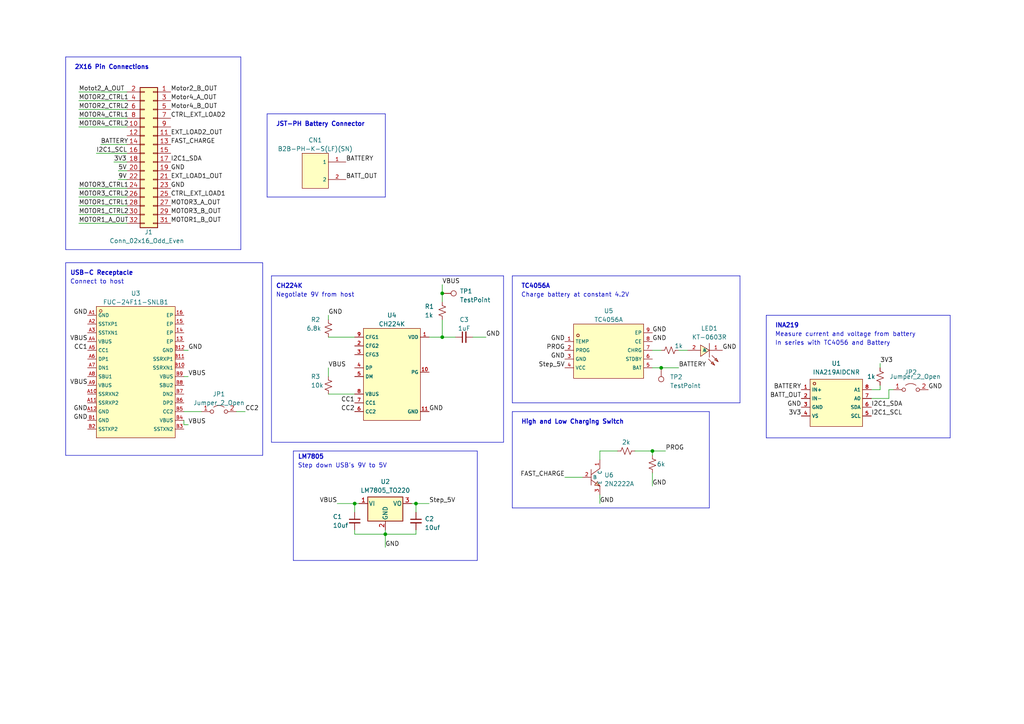
<source format=kicad_sch>
(kicad_sch (version 20230121) (generator eeschema)

  (uuid 263afa41-ab72-4b71-be8b-1998ae66e657)

  (paper "A4")

  (lib_symbols
    (symbol "Connector:TestPoint" (pin_numbers hide) (pin_names (offset 0.762) hide) (in_bom yes) (on_board yes)
      (property "Reference" "TP" (at 0 6.858 0)
        (effects (font (size 1.27 1.27)))
      )
      (property "Value" "TestPoint" (at 0 5.08 0)
        (effects (font (size 1.27 1.27)))
      )
      (property "Footprint" "" (at 5.08 0 0)
        (effects (font (size 1.27 1.27)) hide)
      )
      (property "Datasheet" "~" (at 5.08 0 0)
        (effects (font (size 1.27 1.27)) hide)
      )
      (property "ki_keywords" "test point tp" (at 0 0 0)
        (effects (font (size 1.27 1.27)) hide)
      )
      (property "ki_description" "test point" (at 0 0 0)
        (effects (font (size 1.27 1.27)) hide)
      )
      (property "ki_fp_filters" "Pin* Test*" (at 0 0 0)
        (effects (font (size 1.27 1.27)) hide)
      )
      (symbol "TestPoint_0_1"
        (circle (center 0 3.302) (radius 0.762)
          (stroke (width 0) (type default))
          (fill (type none))
        )
      )
      (symbol "TestPoint_1_1"
        (pin passive line (at 0 0 90) (length 2.54)
          (name "1" (effects (font (size 1.27 1.27))))
          (number "1" (effects (font (size 1.27 1.27))))
        )
      )
    )
    (symbol "Connector_Generic:Conn_02x16_Odd_Even" (pin_names (offset 1.016) hide) (in_bom yes) (on_board yes)
      (property "Reference" "J" (at 1.27 20.32 0)
        (effects (font (size 1.27 1.27)))
      )
      (property "Value" "Conn_02x16_Odd_Even" (at 1.27 -22.86 0)
        (effects (font (size 1.27 1.27)))
      )
      (property "Footprint" "" (at 0 0 0)
        (effects (font (size 1.27 1.27)) hide)
      )
      (property "Datasheet" "~" (at 0 0 0)
        (effects (font (size 1.27 1.27)) hide)
      )
      (property "ki_keywords" "connector" (at 0 0 0)
        (effects (font (size 1.27 1.27)) hide)
      )
      (property "ki_description" "Generic connector, double row, 02x16, odd/even pin numbering scheme (row 1 odd numbers, row 2 even numbers), script generated (kicad-library-utils/schlib/autogen/connector/)" (at 0 0 0)
        (effects (font (size 1.27 1.27)) hide)
      )
      (property "ki_fp_filters" "Connector*:*_2x??_*" (at 0 0 0)
        (effects (font (size 1.27 1.27)) hide)
      )
      (symbol "Conn_02x16_Odd_Even_1_1"
        (rectangle (start -1.27 -20.193) (end 0 -20.447)
          (stroke (width 0.1524) (type default))
          (fill (type none))
        )
        (rectangle (start -1.27 -17.653) (end 0 -17.907)
          (stroke (width 0.1524) (type default))
          (fill (type none))
        )
        (rectangle (start -1.27 -15.113) (end 0 -15.367)
          (stroke (width 0.1524) (type default))
          (fill (type none))
        )
        (rectangle (start -1.27 -12.573) (end 0 -12.827)
          (stroke (width 0.1524) (type default))
          (fill (type none))
        )
        (rectangle (start -1.27 -10.033) (end 0 -10.287)
          (stroke (width 0.1524) (type default))
          (fill (type none))
        )
        (rectangle (start -1.27 -7.493) (end 0 -7.747)
          (stroke (width 0.1524) (type default))
          (fill (type none))
        )
        (rectangle (start -1.27 -4.953) (end 0 -5.207)
          (stroke (width 0.1524) (type default))
          (fill (type none))
        )
        (rectangle (start -1.27 -2.413) (end 0 -2.667)
          (stroke (width 0.1524) (type default))
          (fill (type none))
        )
        (rectangle (start -1.27 0.127) (end 0 -0.127)
          (stroke (width 0.1524) (type default))
          (fill (type none))
        )
        (rectangle (start -1.27 2.667) (end 0 2.413)
          (stroke (width 0.1524) (type default))
          (fill (type none))
        )
        (rectangle (start -1.27 5.207) (end 0 4.953)
          (stroke (width 0.1524) (type default))
          (fill (type none))
        )
        (rectangle (start -1.27 7.747) (end 0 7.493)
          (stroke (width 0.1524) (type default))
          (fill (type none))
        )
        (rectangle (start -1.27 10.287) (end 0 10.033)
          (stroke (width 0.1524) (type default))
          (fill (type none))
        )
        (rectangle (start -1.27 12.827) (end 0 12.573)
          (stroke (width 0.1524) (type default))
          (fill (type none))
        )
        (rectangle (start -1.27 15.367) (end 0 15.113)
          (stroke (width 0.1524) (type default))
          (fill (type none))
        )
        (rectangle (start -1.27 17.907) (end 0 17.653)
          (stroke (width 0.1524) (type default))
          (fill (type none))
        )
        (rectangle (start -1.27 19.05) (end 3.81 -21.59)
          (stroke (width 0.254) (type default))
          (fill (type background))
        )
        (rectangle (start 3.81 -20.193) (end 2.54 -20.447)
          (stroke (width 0.1524) (type default))
          (fill (type none))
        )
        (rectangle (start 3.81 -17.653) (end 2.54 -17.907)
          (stroke (width 0.1524) (type default))
          (fill (type none))
        )
        (rectangle (start 3.81 -15.113) (end 2.54 -15.367)
          (stroke (width 0.1524) (type default))
          (fill (type none))
        )
        (rectangle (start 3.81 -12.573) (end 2.54 -12.827)
          (stroke (width 0.1524) (type default))
          (fill (type none))
        )
        (rectangle (start 3.81 -10.033) (end 2.54 -10.287)
          (stroke (width 0.1524) (type default))
          (fill (type none))
        )
        (rectangle (start 3.81 -7.493) (end 2.54 -7.747)
          (stroke (width 0.1524) (type default))
          (fill (type none))
        )
        (rectangle (start 3.81 -4.953) (end 2.54 -5.207)
          (stroke (width 0.1524) (type default))
          (fill (type none))
        )
        (rectangle (start 3.81 -2.413) (end 2.54 -2.667)
          (stroke (width 0.1524) (type default))
          (fill (type none))
        )
        (rectangle (start 3.81 0.127) (end 2.54 -0.127)
          (stroke (width 0.1524) (type default))
          (fill (type none))
        )
        (rectangle (start 3.81 2.667) (end 2.54 2.413)
          (stroke (width 0.1524) (type default))
          (fill (type none))
        )
        (rectangle (start 3.81 5.207) (end 2.54 4.953)
          (stroke (width 0.1524) (type default))
          (fill (type none))
        )
        (rectangle (start 3.81 7.747) (end 2.54 7.493)
          (stroke (width 0.1524) (type default))
          (fill (type none))
        )
        (rectangle (start 3.81 10.287) (end 2.54 10.033)
          (stroke (width 0.1524) (type default))
          (fill (type none))
        )
        (rectangle (start 3.81 12.827) (end 2.54 12.573)
          (stroke (width 0.1524) (type default))
          (fill (type none))
        )
        (rectangle (start 3.81 15.367) (end 2.54 15.113)
          (stroke (width 0.1524) (type default))
          (fill (type none))
        )
        (rectangle (start 3.81 17.907) (end 2.54 17.653)
          (stroke (width 0.1524) (type default))
          (fill (type none))
        )
        (pin passive line (at -5.08 17.78 0) (length 3.81)
          (name "Pin_1" (effects (font (size 1.27 1.27))))
          (number "1" (effects (font (size 1.27 1.27))))
        )
        (pin passive line (at 7.62 7.62 180) (length 3.81)
          (name "Pin_10" (effects (font (size 1.27 1.27))))
          (number "10" (effects (font (size 1.27 1.27))))
        )
        (pin passive line (at -5.08 5.08 0) (length 3.81)
          (name "Pin_11" (effects (font (size 1.27 1.27))))
          (number "11" (effects (font (size 1.27 1.27))))
        )
        (pin passive line (at 7.62 5.08 180) (length 3.81)
          (name "Pin_12" (effects (font (size 1.27 1.27))))
          (number "12" (effects (font (size 1.27 1.27))))
        )
        (pin passive line (at -5.08 2.54 0) (length 3.81)
          (name "Pin_13" (effects (font (size 1.27 1.27))))
          (number "13" (effects (font (size 1.27 1.27))))
        )
        (pin passive line (at 7.62 2.54 180) (length 3.81)
          (name "Pin_14" (effects (font (size 1.27 1.27))))
          (number "14" (effects (font (size 1.27 1.27))))
        )
        (pin passive line (at -5.08 0 0) (length 3.81)
          (name "Pin_15" (effects (font (size 1.27 1.27))))
          (number "15" (effects (font (size 1.27 1.27))))
        )
        (pin passive line (at 7.62 0 180) (length 3.81)
          (name "Pin_16" (effects (font (size 1.27 1.27))))
          (number "16" (effects (font (size 1.27 1.27))))
        )
        (pin passive line (at -5.08 -2.54 0) (length 3.81)
          (name "Pin_17" (effects (font (size 1.27 1.27))))
          (number "17" (effects (font (size 1.27 1.27))))
        )
        (pin passive line (at 7.62 -2.54 180) (length 3.81)
          (name "Pin_18" (effects (font (size 1.27 1.27))))
          (number "18" (effects (font (size 1.27 1.27))))
        )
        (pin passive line (at -5.08 -5.08 0) (length 3.81)
          (name "Pin_19" (effects (font (size 1.27 1.27))))
          (number "19" (effects (font (size 1.27 1.27))))
        )
        (pin passive line (at 7.62 17.78 180) (length 3.81)
          (name "Pin_2" (effects (font (size 1.27 1.27))))
          (number "2" (effects (font (size 1.27 1.27))))
        )
        (pin passive line (at 7.62 -5.08 180) (length 3.81)
          (name "Pin_20" (effects (font (size 1.27 1.27))))
          (number "20" (effects (font (size 1.27 1.27))))
        )
        (pin passive line (at -5.08 -7.62 0) (length 3.81)
          (name "Pin_21" (effects (font (size 1.27 1.27))))
          (number "21" (effects (font (size 1.27 1.27))))
        )
        (pin passive line (at 7.62 -7.62 180) (length 3.81)
          (name "Pin_22" (effects (font (size 1.27 1.27))))
          (number "22" (effects (font (size 1.27 1.27))))
        )
        (pin passive line (at -5.08 -10.16 0) (length 3.81)
          (name "Pin_23" (effects (font (size 1.27 1.27))))
          (number "23" (effects (font (size 1.27 1.27))))
        )
        (pin passive line (at 7.62 -10.16 180) (length 3.81)
          (name "Pin_24" (effects (font (size 1.27 1.27))))
          (number "24" (effects (font (size 1.27 1.27))))
        )
        (pin passive line (at -5.08 -12.7 0) (length 3.81)
          (name "Pin_25" (effects (font (size 1.27 1.27))))
          (number "25" (effects (font (size 1.27 1.27))))
        )
        (pin passive line (at 7.62 -12.7 180) (length 3.81)
          (name "Pin_26" (effects (font (size 1.27 1.27))))
          (number "26" (effects (font (size 1.27 1.27))))
        )
        (pin passive line (at -5.08 -15.24 0) (length 3.81)
          (name "Pin_27" (effects (font (size 1.27 1.27))))
          (number "27" (effects (font (size 1.27 1.27))))
        )
        (pin passive line (at 7.62 -15.24 180) (length 3.81)
          (name "Pin_28" (effects (font (size 1.27 1.27))))
          (number "28" (effects (font (size 1.27 1.27))))
        )
        (pin passive line (at -5.08 -17.78 0) (length 3.81)
          (name "Pin_29" (effects (font (size 1.27 1.27))))
          (number "29" (effects (font (size 1.27 1.27))))
        )
        (pin passive line (at -5.08 15.24 0) (length 3.81)
          (name "Pin_3" (effects (font (size 1.27 1.27))))
          (number "3" (effects (font (size 1.27 1.27))))
        )
        (pin passive line (at 7.62 -17.78 180) (length 3.81)
          (name "Pin_30" (effects (font (size 1.27 1.27))))
          (number "30" (effects (font (size 1.27 1.27))))
        )
        (pin passive line (at -5.08 -20.32 0) (length 3.81)
          (name "Pin_31" (effects (font (size 1.27 1.27))))
          (number "31" (effects (font (size 1.27 1.27))))
        )
        (pin passive line (at 7.62 -20.32 180) (length 3.81)
          (name "Pin_32" (effects (font (size 1.27 1.27))))
          (number "32" (effects (font (size 1.27 1.27))))
        )
        (pin passive line (at 7.62 15.24 180) (length 3.81)
          (name "Pin_4" (effects (font (size 1.27 1.27))))
          (number "4" (effects (font (size 1.27 1.27))))
        )
        (pin passive line (at -5.08 12.7 0) (length 3.81)
          (name "Pin_5" (effects (font (size 1.27 1.27))))
          (number "5" (effects (font (size 1.27 1.27))))
        )
        (pin passive line (at 7.62 12.7 180) (length 3.81)
          (name "Pin_6" (effects (font (size 1.27 1.27))))
          (number "6" (effects (font (size 1.27 1.27))))
        )
        (pin passive line (at -5.08 10.16 0) (length 3.81)
          (name "Pin_7" (effects (font (size 1.27 1.27))))
          (number "7" (effects (font (size 1.27 1.27))))
        )
        (pin passive line (at 7.62 10.16 180) (length 3.81)
          (name "Pin_8" (effects (font (size 1.27 1.27))))
          (number "8" (effects (font (size 1.27 1.27))))
        )
        (pin passive line (at -5.08 7.62 0) (length 3.81)
          (name "Pin_9" (effects (font (size 1.27 1.27))))
          (number "9" (effects (font (size 1.27 1.27))))
        )
      )
    )
    (symbol "Device:C_Small" (pin_numbers hide) (pin_names (offset 0.254) hide) (in_bom yes) (on_board yes)
      (property "Reference" "C" (at 0.254 1.778 0)
        (effects (font (size 1.27 1.27)) (justify left))
      )
      (property "Value" "C_Small" (at 0.254 -2.032 0)
        (effects (font (size 1.27 1.27)) (justify left))
      )
      (property "Footprint" "" (at 0 0 0)
        (effects (font (size 1.27 1.27)) hide)
      )
      (property "Datasheet" "~" (at 0 0 0)
        (effects (font (size 1.27 1.27)) hide)
      )
      (property "ki_keywords" "capacitor cap" (at 0 0 0)
        (effects (font (size 1.27 1.27)) hide)
      )
      (property "ki_description" "Unpolarized capacitor, small symbol" (at 0 0 0)
        (effects (font (size 1.27 1.27)) hide)
      )
      (property "ki_fp_filters" "C_*" (at 0 0 0)
        (effects (font (size 1.27 1.27)) hide)
      )
      (symbol "C_Small_0_1"
        (polyline
          (pts
            (xy -1.524 -0.508)
            (xy 1.524 -0.508)
          )
          (stroke (width 0.3302) (type default))
          (fill (type none))
        )
        (polyline
          (pts
            (xy -1.524 0.508)
            (xy 1.524 0.508)
          )
          (stroke (width 0.3048) (type default))
          (fill (type none))
        )
      )
      (symbol "C_Small_1_1"
        (pin passive line (at 0 2.54 270) (length 2.032)
          (name "~" (effects (font (size 1.27 1.27))))
          (number "1" (effects (font (size 1.27 1.27))))
        )
        (pin passive line (at 0 -2.54 90) (length 2.032)
          (name "~" (effects (font (size 1.27 1.27))))
          (number "2" (effects (font (size 1.27 1.27))))
        )
      )
    )
    (symbol "Device:R_Small_US" (pin_numbers hide) (pin_names (offset 0.254) hide) (in_bom yes) (on_board yes)
      (property "Reference" "R" (at 0.762 0.508 0)
        (effects (font (size 1.27 1.27)) (justify left))
      )
      (property "Value" "R_Small_US" (at 0.762 -1.016 0)
        (effects (font (size 1.27 1.27)) (justify left))
      )
      (property "Footprint" "" (at 0 0 0)
        (effects (font (size 1.27 1.27)) hide)
      )
      (property "Datasheet" "~" (at 0 0 0)
        (effects (font (size 1.27 1.27)) hide)
      )
      (property "ki_keywords" "r resistor" (at 0 0 0)
        (effects (font (size 1.27 1.27)) hide)
      )
      (property "ki_description" "Resistor, small US symbol" (at 0 0 0)
        (effects (font (size 1.27 1.27)) hide)
      )
      (property "ki_fp_filters" "R_*" (at 0 0 0)
        (effects (font (size 1.27 1.27)) hide)
      )
      (symbol "R_Small_US_1_1"
        (polyline
          (pts
            (xy 0 0)
            (xy 1.016 -0.381)
            (xy 0 -0.762)
            (xy -1.016 -1.143)
            (xy 0 -1.524)
          )
          (stroke (width 0) (type default))
          (fill (type none))
        )
        (polyline
          (pts
            (xy 0 1.524)
            (xy 1.016 1.143)
            (xy 0 0.762)
            (xy -1.016 0.381)
            (xy 0 0)
          )
          (stroke (width 0) (type default))
          (fill (type none))
        )
        (pin passive line (at 0 2.54 270) (length 1.016)
          (name "~" (effects (font (size 1.27 1.27))))
          (number "1" (effects (font (size 1.27 1.27))))
        )
        (pin passive line (at 0 -2.54 90) (length 1.016)
          (name "~" (effects (font (size 1.27 1.27))))
          (number "2" (effects (font (size 1.27 1.27))))
        )
      )
    )
    (symbol "Jumper:Jumper_2_Open" (pin_names (offset 0) hide) (in_bom yes) (on_board yes)
      (property "Reference" "JP" (at 0 2.794 0)
        (effects (font (size 1.27 1.27)))
      )
      (property "Value" "Jumper_2_Open" (at 0 -2.286 0)
        (effects (font (size 1.27 1.27)))
      )
      (property "Footprint" "" (at 0 0 0)
        (effects (font (size 1.27 1.27)) hide)
      )
      (property "Datasheet" "~" (at 0 0 0)
        (effects (font (size 1.27 1.27)) hide)
      )
      (property "ki_keywords" "Jumper SPST" (at 0 0 0)
        (effects (font (size 1.27 1.27)) hide)
      )
      (property "ki_description" "Jumper, 2-pole, open" (at 0 0 0)
        (effects (font (size 1.27 1.27)) hide)
      )
      (property "ki_fp_filters" "Jumper* TestPoint*2Pads* TestPoint*Bridge*" (at 0 0 0)
        (effects (font (size 1.27 1.27)) hide)
      )
      (symbol "Jumper_2_Open_0_0"
        (circle (center -2.032 0) (radius 0.508)
          (stroke (width 0) (type default))
          (fill (type none))
        )
        (circle (center 2.032 0) (radius 0.508)
          (stroke (width 0) (type default))
          (fill (type none))
        )
      )
      (symbol "Jumper_2_Open_0_1"
        (arc (start 1.524 1.27) (mid 0 1.778) (end -1.524 1.27)
          (stroke (width 0) (type default))
          (fill (type none))
        )
      )
      (symbol "Jumper_2_Open_1_1"
        (pin passive line (at -5.08 0 0) (length 2.54)
          (name "A" (effects (font (size 1.27 1.27))))
          (number "1" (effects (font (size 1.27 1.27))))
        )
        (pin passive line (at 5.08 0 180) (length 2.54)
          (name "B" (effects (font (size 1.27 1.27))))
          (number "2" (effects (font (size 1.27 1.27))))
        )
      )
    )
    (symbol "Regulator_Linear:LM7805_TO220" (pin_names (offset 0.254)) (in_bom yes) (on_board yes)
      (property "Reference" "U" (at -3.81 3.175 0)
        (effects (font (size 1.27 1.27)))
      )
      (property "Value" "LM7805_TO220" (at 0 3.175 0)
        (effects (font (size 1.27 1.27)) (justify left))
      )
      (property "Footprint" "Package_TO_SOT_THT:TO-220-3_Vertical" (at 0 5.715 0)
        (effects (font (size 1.27 1.27) italic) hide)
      )
      (property "Datasheet" "https://www.onsemi.cn/PowerSolutions/document/MC7800-D.PDF" (at 0 -1.27 0)
        (effects (font (size 1.27 1.27)) hide)
      )
      (property "ki_keywords" "Voltage Regulator 1A Positive" (at 0 0 0)
        (effects (font (size 1.27 1.27)) hide)
      )
      (property "ki_description" "Positive 1A 35V Linear Regulator, Fixed Output 5V, TO-220" (at 0 0 0)
        (effects (font (size 1.27 1.27)) hide)
      )
      (property "ki_fp_filters" "TO?220*" (at 0 0 0)
        (effects (font (size 1.27 1.27)) hide)
      )
      (symbol "LM7805_TO220_0_1"
        (rectangle (start -5.08 1.905) (end 5.08 -5.08)
          (stroke (width 0.254) (type default))
          (fill (type background))
        )
      )
      (symbol "LM7805_TO220_1_1"
        (pin power_in line (at -7.62 0 0) (length 2.54)
          (name "VI" (effects (font (size 1.27 1.27))))
          (number "1" (effects (font (size 1.27 1.27))))
        )
        (pin power_in line (at 0 -7.62 90) (length 2.54)
          (name "GND" (effects (font (size 1.27 1.27))))
          (number "2" (effects (font (size 1.27 1.27))))
        )
        (pin power_out line (at 7.62 0 180) (length 2.54)
          (name "VO" (effects (font (size 1.27 1.27))))
          (number "3" (effects (font (size 1.27 1.27))))
        )
      )
    )
    (symbol "batt_conn:B2B-PH-K-S(LF)(SN)" (in_bom yes) (on_board yes)
      (property "Reference" "CN" (at 0 1.27 0)
        (effects (font (size 1.27 1.27)))
      )
      (property "Value" "B2B-PH-K-S(LF)(SN)" (at 0 -2.54 0)
        (effects (font (size 1.27 1.27)))
      )
      (property "Footprint" "footprint:CONN-TH_B2B-PH-K-S" (at 0 -10.16 0)
        (effects (font (size 1.27 1.27) italic) hide)
      )
      (property "Datasheet" "https://item.szlcsc.com/142630.html" (at -2.286 0.127 0)
        (effects (font (size 1.27 1.27)) (justify left) hide)
      )
      (property "LCSC" "C131337" (at 0 0 0)
        (effects (font (size 1.27 1.27)) hide)
      )
      (property "ki_keywords" "C131337" (at 0 0 0)
        (effects (font (size 1.27 1.27)) hide)
      )
      (symbol "B2B-PH-K-S(LF)(SN)_0_1"
        (rectangle (start -6.35 5.08) (end 1.27 -5.08)
          (stroke (width 0) (type default))
          (fill (type background))
        )
        (pin input line (at 6.35 2.54 180) (length 5.08)
          (name "1" (effects (font (size 1 1))))
          (number "1" (effects (font (size 1 1))))
        )
        (pin input line (at 6.35 -2.54 180) (length 5.08)
          (name "2" (effects (font (size 1 1))))
          (number "2" (effects (font (size 1 1))))
        )
      )
    )
    (symbol "ch224:CH224K" (in_bom yes) (on_board yes)
      (property "Reference" "U" (at 0 1.27 0)
        (effects (font (size 1.27 1.27)))
      )
      (property "Value" "CH224K" (at 0 -2.54 0)
        (effects (font (size 1.27 1.27)))
      )
      (property "Footprint" "footprint:ESSOP-10_L4.9-W3.9-P1.0-LS6.0-TL-EP" (at 0 -10.16 0)
        (effects (font (size 1.27 1.27) italic) hide)
      )
      (property "Datasheet" "https://item.szlcsc.com/2976729.html" (at -2.286 0.127 0)
        (effects (font (size 1.27 1.27)) (justify left) hide)
      )
      (property "LCSC" "C970725" (at 0 0 0)
        (effects (font (size 1.27 1.27)) hide)
      )
      (property "ki_keywords" "C970725" (at 0 0 0)
        (effects (font (size 1.27 1.27)) hide)
      )
      (symbol "CH224K_0_1"
        (rectangle (start -8.89 12.7) (end 7.62 -13.97)
          (stroke (width 0) (type default))
          (fill (type background))
        )
        (pin unspecified line (at 10.16 10.16 180) (length 2.54)
          (name "VDD" (effects (font (size 1 1))))
          (number "1" (effects (font (size 1 1))))
        )
        (pin unspecified line (at 10.16 0 180) (length 2.54)
          (name "PG" (effects (font (size 1 1))))
          (number "10" (effects (font (size 1 1))))
        )
        (pin unspecified line (at 10.16 -11.43 180) (length 2.54)
          (name "GND" (effects (font (size 1 1))))
          (number "11" (effects (font (size 1 1))))
        )
        (pin unspecified line (at -11.43 7.62 0) (length 2.54)
          (name "CFG2" (effects (font (size 1 1))))
          (number "2" (effects (font (size 1 1))))
        )
        (pin unspecified line (at -11.43 5.08 0) (length 2.54)
          (name "CFG3" (effects (font (size 1 1))))
          (number "3" (effects (font (size 1 1))))
        )
        (pin unspecified line (at -11.43 1.27 0) (length 2.54)
          (name "DP" (effects (font (size 1 1))))
          (number "4" (effects (font (size 1 1))))
        )
        (pin unspecified line (at -11.43 -1.27 0) (length 2.54)
          (name "DM" (effects (font (size 1 1))))
          (number "5" (effects (font (size 1 1))))
        )
        (pin unspecified line (at -11.43 -11.43 0) (length 2.54)
          (name "CC2" (effects (font (size 1 1))))
          (number "6" (effects (font (size 1 1))))
        )
        (pin unspecified line (at -11.43 -8.89 0) (length 2.54)
          (name "CC1" (effects (font (size 1 1))))
          (number "7" (effects (font (size 1 1))))
        )
        (pin unspecified line (at -11.43 -6.35 0) (length 2.54)
          (name "VBUS" (effects (font (size 1 1))))
          (number "8" (effects (font (size 1 1))))
        )
        (pin unspecified line (at -11.43 10.16 0) (length 2.54)
          (name "CFG1" (effects (font (size 1 1))))
          (number "9" (effects (font (size 1 1))))
        )
      )
    )
    (symbol "ina219:INA219AIDCNR" (in_bom yes) (on_board yes)
      (property "Reference" "U" (at 0 1.27 0)
        (effects (font (size 1.27 1.27)))
      )
      (property "Value" "INA219AIDCNR" (at 0 -2.54 0)
        (effects (font (size 1.27 1.27)))
      )
      (property "Footprint" "footprint:SOT-23-8_L3.0-W1.7-P0.65-LS2.8-BR" (at 0 -10.16 0)
        (effects (font (size 1.27 1.27) italic) hide)
      )
      (property "Datasheet" "https://item.szlcsc.com/155588.html" (at -2.286 0.127 0)
        (effects (font (size 1.27 1.27)) (justify left) hide)
      )
      (property "LCSC" "C87469" (at 0 0 0)
        (effects (font (size 1.27 1.27)) hide)
      )
      (property "ki_keywords" "C87469" (at 0 0 0)
        (effects (font (size 1.27 1.27)) hide)
      )
      (symbol "INA219AIDCNR_0_1"
        (rectangle (start -7.62 6.858) (end 7.62 -6.858)
          (stroke (width 0) (type default))
          (fill (type background))
        )
        (circle (center -6.35 5.588) (radius 0.381)
          (stroke (width 0) (type default))
          (fill (type background))
        )
        (circle (center -6.35 5.588) (radius 0.381)
          (stroke (width 0) (type default))
          (fill (type background))
        )
        (pin unspecified line (at -10.16 3.81 0) (length 2.54)
          (name "IN+" (effects (font (size 1 1))))
          (number "1" (effects (font (size 1 1))))
        )
        (pin unspecified line (at -10.16 1.27 0) (length 2.54)
          (name "IN-" (effects (font (size 1 1))))
          (number "2" (effects (font (size 1 1))))
        )
        (pin unspecified line (at -10.16 -1.27 0) (length 2.54)
          (name "GND" (effects (font (size 1 1))))
          (number "3" (effects (font (size 1 1))))
        )
        (pin unspecified line (at -10.16 -3.81 0) (length 2.54)
          (name "VS" (effects (font (size 1 1))))
          (number "4" (effects (font (size 1 1))))
        )
        (pin unspecified line (at 10.16 -3.81 180) (length 2.54)
          (name "SCL" (effects (font (size 1 1))))
          (number "5" (effects (font (size 1 1))))
        )
        (pin unspecified line (at 10.16 -1.27 180) (length 2.54)
          (name "SDA" (effects (font (size 1 1))))
          (number "6" (effects (font (size 1 1))))
        )
        (pin unspecified line (at 10.16 1.27 180) (length 2.54)
          (name "A0" (effects (font (size 1 1))))
          (number "7" (effects (font (size 1 1))))
        )
        (pin unspecified line (at 10.16 3.81 180) (length 2.54)
          (name "A1" (effects (font (size 1 1))))
          (number "8" (effects (font (size 1 1))))
        )
      )
    )
    (symbol "led101:KT-0603R" (in_bom yes) (on_board yes)
      (property "Reference" "LED" (at 0 1.27 0)
        (effects (font (size 1.27 1.27)))
      )
      (property "Value" "KT-0603R" (at 0 -2.54 0)
        (effects (font (size 1.27 1.27)))
      )
      (property "Footprint" "footprint:LED0603-RD" (at 0 -10.16 0)
        (effects (font (size 1.27 1.27) italic) hide)
      )
      (property "Datasheet" "https://item.szlcsc.com/347874.html" (at -2.286 0.127 0)
        (effects (font (size 1.27 1.27)) (justify left) hide)
      )
      (property "LCSC" "C2286" (at 0 0 0)
        (effects (font (size 1.27 1.27)) hide)
      )
      (property "ki_keywords" "C2286" (at 0 0 0)
        (effects (font (size 1.27 1.27)) hide)
      )
      (symbol "KT-0603R_0_1"
        (polyline
          (pts
            (xy -2.032 1.524)
            (xy -3.81 3.302)
          )
          (stroke (width 0) (type default))
          (fill (type none))
        )
        (polyline
          (pts
            (xy -1.27 2.032)
            (xy -1.27 -2.032)
          )
          (stroke (width 0) (type default))
          (fill (type none))
        )
        (polyline
          (pts
            (xy -1.016 2.54)
            (xy -2.794 4.318)
          )
          (stroke (width 0) (type default))
          (fill (type none))
        )
        (polyline
          (pts
            (xy -3.81 3.302)
            (xy -2.794 2.794)
            (xy -3.302 2.286)
            (xy -3.81 3.302)
          )
          (stroke (width 0) (type default))
          (fill (type background))
        )
        (polyline
          (pts
            (xy -2.794 4.318)
            (xy -1.778 3.81)
            (xy -2.286 3.302)
            (xy -2.794 4.318)
          )
          (stroke (width 0) (type default))
          (fill (type background))
        )
        (polyline
          (pts
            (xy 1.27 -1.524)
            (xy -1.27 0)
            (xy 1.27 1.778)
            (xy 1.27 -1.524)
          )
          (stroke (width 0) (type default))
          (fill (type background))
        )
        (pin unspecified line (at -5.08 0 0) (length 3.81)
          (name "K" (effects (font (size 1 1))))
          (number "1" (effects (font (size 1 1))))
        )
        (pin unspecified line (at 5.08 0 180) (length 3.81)
          (name "A" (effects (font (size 1 1))))
          (number "2" (effects (font (size 1 1))))
        )
      )
    )
    (symbol "npn:2N2222A" (in_bom yes) (on_board yes)
      (property "Reference" "U" (at 0 1.27 0)
        (effects (font (size 1.27 1.27)))
      )
      (property "Value" "2N2222A" (at 0 -2.54 0)
        (effects (font (size 1.27 1.27)))
      )
      (property "Footprint" "footprint:TO-92-3_L4.8-W3.7-P2.54-R" (at 0 -10.16 0)
        (effects (font (size 1.27 1.27) italic) hide)
      )
      (property "Datasheet" "https://item.szlcsc.com/308449.html" (at -2.286 0.127 0)
        (effects (font (size 1.27 1.27)) (justify left) hide)
      )
      (property "LCSC" "C358533" (at 0 0 0)
        (effects (font (size 1.27 1.27)) hide)
      )
      (property "ki_keywords" "C358533" (at 0 0 0)
        (effects (font (size 1.27 1.27)) hide)
      )
      (symbol "2N2222A_0_1"
        (polyline
          (pts
            (xy 0 -0.762)
            (xy 2.54 -2.54)
          )
          (stroke (width 0) (type default))
          (fill (type none))
        )
        (polyline
          (pts
            (xy 0 2.286)
            (xy 0 -2.286)
          )
          (stroke (width 0) (type default))
          (fill (type none))
        )
        (polyline
          (pts
            (xy 2.54 2.54)
            (xy 0 0.762)
          )
          (stroke (width 0) (type default))
          (fill (type none))
        )
        (polyline
          (pts
            (xy 2.54 -2.54)
            (xy 1.778 -1.27)
            (xy 1.016 -2.286)
            (xy 2.54 -2.54)
          )
          (stroke (width 0) (type default))
          (fill (type background))
        )
        (pin unspecified line (at 2.54 5.08 270) (length 2.54)
          (name "C" (effects (font (size 1 1))))
          (number "1" (effects (font (size 1 1))))
        )
        (pin unspecified line (at -2.54 0 0) (length 2.54)
          (name "B" (effects (font (size 1 1))))
          (number "2" (effects (font (size 1 1))))
        )
        (pin unspecified line (at 2.54 -5.08 90) (length 2.54)
          (name "E" (effects (font (size 1 1))))
          (number "3" (effects (font (size 1 1))))
        )
      )
    )
    (symbol "tc4056:TC4056A" (in_bom yes) (on_board yes)
      (property "Reference" "U" (at 0 1.27 0)
        (effects (font (size 1.27 1.27)))
      )
      (property "Value" "TC4056A" (at 0 -2.54 0)
        (effects (font (size 1.27 1.27)))
      )
      (property "Footprint" "footprint:ESOP-8_L4.9-W3.9-P1.27-LS6.0-BR-EP3.3" (at 0 -10.16 0)
        (effects (font (size 1.27 1.27) italic) hide)
      )
      (property "Datasheet" "https://atta.szlcsc.com/upload/public/pdf/source/20220909/99A730BF861B4E3F85141583932B02D1.pdf" (at -2.286 0.127 0)
        (effects (font (size 1.27 1.27)) (justify left) hide)
      )
      (property "LCSC" "C84051" (at 0 0 0)
        (effects (font (size 1.27 1.27)) hide)
      )
      (property "ki_keywords" "C84051" (at 0 0 0)
        (effects (font (size 1.27 1.27)) hide)
      )
      (symbol "TC4056A_0_1"
        (rectangle (start -10.16 8.89) (end 10.16 -6.858)
          (stroke (width 0) (type default))
          (fill (type background))
        )
        (circle (center -8.89 5.588) (radius 0.381)
          (stroke (width 0) (type default))
          (fill (type background))
        )
        (circle (center -8.89 5.588) (radius 0.381)
          (stroke (width 0) (type default))
          (fill (type background))
        )
        (pin unspecified line (at -12.7 3.81 0) (length 2.54)
          (name "TEMP" (effects (font (size 1 1))))
          (number "1" (effects (font (size 1 1))))
        )
        (pin unspecified line (at -12.7 1.27 0) (length 2.54)
          (name "PROG" (effects (font (size 1 1))))
          (number "2" (effects (font (size 1 1))))
        )
        (pin unspecified line (at -12.7 -1.27 0) (length 2.54)
          (name "GND" (effects (font (size 1 1))))
          (number "3" (effects (font (size 1 1))))
        )
        (pin unspecified line (at -12.7 -3.81 0) (length 2.54)
          (name "VCC" (effects (font (size 1 1))))
          (number "4" (effects (font (size 1 1))))
        )
        (pin unspecified line (at 12.7 -3.81 180) (length 2.54)
          (name "BAT" (effects (font (size 1 1))))
          (number "5" (effects (font (size 1 1))))
        )
        (pin unspecified line (at 12.7 -1.27 180) (length 2.54)
          (name "STDBY" (effects (font (size 1 1))))
          (number "6" (effects (font (size 1 1))))
        )
        (pin unspecified line (at 12.7 1.27 180) (length 2.54)
          (name "CHRG" (effects (font (size 1 1))))
          (number "7" (effects (font (size 1 1))))
        )
        (pin unspecified line (at 12.7 3.81 180) (length 2.54)
          (name "CE" (effects (font (size 1 1))))
          (number "8" (effects (font (size 1 1))))
        )
        (pin unspecified line (at 12.7 6.35 180) (length 2.54)
          (name "EP" (effects (font (size 1 1))))
          (number "9" (effects (font (size 1 1))))
        )
      )
    )
    (symbol "usb c:FUC-24F11-SNLB1" (in_bom yes) (on_board yes)
      (property "Reference" "U" (at 0 1.27 0)
        (effects (font (size 1.27 1.27)))
      )
      (property "Value" "FUC-24F11-SNLB1" (at 0 -2.54 0)
        (effects (font (size 1.27 1.27)))
      )
      (property "Footprint" "footprint:USB-C-SMD_C67380" (at 0 -10.16 0)
        (effects (font (size 1.27 1.27) italic) hide)
      )
      (property "Datasheet" "https://item.szlcsc.com/68475.html" (at -2.286 0.127 0)
        (effects (font (size 1.27 1.27)) (justify left) hide)
      )
      (property "LCSC" "C67380" (at 0 0 0)
        (effects (font (size 1.27 1.27)) hide)
      )
      (property "ki_keywords" "C67380" (at 0 0 0)
        (effects (font (size 1.27 1.27)) hide)
      )
      (symbol "FUC-24F11-SNLB1_0_1"
        (rectangle (start -11.43 19.05) (end 11.43 -19.05)
          (stroke (width 0) (type default))
          (fill (type background))
        )
        (circle (center -10.16 17.78) (radius 0.381)
          (stroke (width 0) (type default))
          (fill (type background))
        )
        (pin unspecified line (at 13.97 8.89 180) (length 2.54)
          (name "EP" (effects (font (size 1 1))))
          (number "13" (effects (font (size 1 1))))
        )
        (pin unspecified line (at 13.97 11.43 180) (length 2.54)
          (name "EP" (effects (font (size 1 1))))
          (number "14" (effects (font (size 1 1))))
        )
        (pin unspecified line (at 13.97 13.97 180) (length 2.54)
          (name "EP" (effects (font (size 1 1))))
          (number "15" (effects (font (size 1 1))))
        )
        (pin unspecified line (at 13.97 16.51 180) (length 2.54)
          (name "EP" (effects (font (size 1 1))))
          (number "16" (effects (font (size 1 1))))
        )
        (pin unspecified line (at -13.97 16.51 0) (length 2.54)
          (name "GND" (effects (font (size 1 1))))
          (number "A1" (effects (font (size 1 1))))
        )
        (pin unspecified line (at -13.97 -6.35 0) (length 2.54)
          (name "SSRXN2" (effects (font (size 1 1))))
          (number "A10" (effects (font (size 1 1))))
        )
        (pin unspecified line (at -13.97 -8.89 0) (length 2.54)
          (name "SSRXP2" (effects (font (size 1 1))))
          (number "A11" (effects (font (size 1 1))))
        )
        (pin unspecified line (at -13.97 -11.43 0) (length 2.54)
          (name "GND" (effects (font (size 1 1))))
          (number "A12" (effects (font (size 1 1))))
        )
        (pin unspecified line (at -13.97 13.97 0) (length 2.54)
          (name "SSTXP1" (effects (font (size 1 1))))
          (number "A2" (effects (font (size 1 1))))
        )
        (pin unspecified line (at -13.97 11.43 0) (length 2.54)
          (name "SSTXN1" (effects (font (size 1 1))))
          (number "A3" (effects (font (size 1 1))))
        )
        (pin unspecified line (at -13.97 8.89 0) (length 2.54)
          (name "VBUS" (effects (font (size 1 1))))
          (number "A4" (effects (font (size 1 1))))
        )
        (pin unspecified line (at -13.97 6.35 0) (length 2.54)
          (name "CC1" (effects (font (size 1 1))))
          (number "A5" (effects (font (size 1 1))))
        )
        (pin unspecified line (at -13.97 3.81 0) (length 2.54)
          (name "DP1" (effects (font (size 1 1))))
          (number "A6" (effects (font (size 1 1))))
        )
        (pin unspecified line (at -13.97 1.27 0) (length 2.54)
          (name "DN1" (effects (font (size 1 1))))
          (number "A7" (effects (font (size 1 1))))
        )
        (pin unspecified line (at -13.97 -1.27 0) (length 2.54)
          (name "SBU1" (effects (font (size 1 1))))
          (number "A8" (effects (font (size 1 1))))
        )
        (pin unspecified line (at -13.97 -3.81 0) (length 2.54)
          (name "VBUS" (effects (font (size 1 1))))
          (number "A9" (effects (font (size 1 1))))
        )
        (pin unspecified line (at -13.97 -13.97 0) (length 2.54)
          (name "GND" (effects (font (size 1 1))))
          (number "B1" (effects (font (size 1 1))))
        )
        (pin unspecified line (at 13.97 1.27 180) (length 2.54)
          (name "SSRXN1" (effects (font (size 1 1))))
          (number "B10" (effects (font (size 1 1))))
        )
        (pin unspecified line (at 13.97 3.81 180) (length 2.54)
          (name "SSRXP1" (effects (font (size 1 1))))
          (number "B11" (effects (font (size 1 1))))
        )
        (pin unspecified line (at 13.97 6.35 180) (length 2.54)
          (name "GND" (effects (font (size 1 1))))
          (number "B12" (effects (font (size 1 1))))
        )
        (pin unspecified line (at -13.97 -16.51 0) (length 2.54)
          (name "SSTXP2" (effects (font (size 1 1))))
          (number "B2" (effects (font (size 1 1))))
        )
        (pin unspecified line (at 13.97 -16.51 180) (length 2.54)
          (name "SSTXN2" (effects (font (size 1 1))))
          (number "B3" (effects (font (size 1 1))))
        )
        (pin unspecified line (at 13.97 -13.97 180) (length 2.54)
          (name "VBUS" (effects (font (size 1 1))))
          (number "B4" (effects (font (size 1 1))))
        )
        (pin unspecified line (at 13.97 -11.43 180) (length 2.54)
          (name "CC2" (effects (font (size 1 1))))
          (number "B5" (effects (font (size 1 1))))
        )
        (pin unspecified line (at 13.97 -8.89 180) (length 2.54)
          (name "DP2" (effects (font (size 1 1))))
          (number "B6" (effects (font (size 1 1))))
        )
        (pin unspecified line (at 13.97 -6.35 180) (length 2.54)
          (name "DN2" (effects (font (size 1 1))))
          (number "B7" (effects (font (size 1 1))))
        )
        (pin unspecified line (at 13.97 -3.81 180) (length 2.54)
          (name "SBU2" (effects (font (size 1 1))))
          (number "B8" (effects (font (size 1 1))))
        )
        (pin unspecified line (at 13.97 -1.27 180) (length 2.54)
          (name "VBUS" (effects (font (size 1 1))))
          (number "B9" (effects (font (size 1 1))))
        )
      )
    )
  )

  (junction (at 189.23 130.81) (diameter 0) (color 0 0 0 0)
    (uuid 14c98396-d2d9-492c-884b-6446e773edef)
  )
  (junction (at 120.65 146.05) (diameter 0) (color 0 0 0 0)
    (uuid 21ff25ea-a272-4fa7-a8e8-9a6c04f5826b)
  )
  (junction (at 128.27 85.09) (diameter 0) (color 0 0 0 0)
    (uuid 50a5ebfb-0d5f-48db-9b0f-611b103f090f)
  )
  (junction (at 102.87 146.05) (diameter 0) (color 0 0 0 0)
    (uuid 5dd2c4ff-7aa9-4e6f-9253-ca0e781a74ae)
  )
  (junction (at 111.76 154.94) (diameter 0) (color 0 0 0 0)
    (uuid c7b6766e-d8cb-4f59-85da-855da1d3e0c1)
  )
  (junction (at 191.77 106.68) (diameter 0) (color 0 0 0 0)
    (uuid e0591274-f11a-4d89-8c73-527d46979a32)
  )
  (junction (at 128.27 97.79) (diameter 0) (color 0 0 0 0)
    (uuid e2b45bcf-494c-4624-8016-ac738f4eb1dd)
  )

  (wire (pts (xy 119.38 146.05) (xy 120.65 146.05))
    (stroke (width 0) (type default))
    (uuid 02fec3d6-68e2-491c-92c3-aafb0044aefe)
  )
  (wire (pts (xy 22.86 57.15) (xy 36.83 57.15))
    (stroke (width 0) (type default))
    (uuid 02ff6f19-b3be-4da4-85df-c27deba78fb4)
  )
  (wire (pts (xy 34.29 52.07) (xy 36.83 52.07))
    (stroke (width 0) (type default))
    (uuid 050d88c5-c076-4d75-af62-95f36a2a9123)
  )
  (wire (pts (xy 255.27 113.03) (xy 255.27 111.76))
    (stroke (width 0) (type default))
    (uuid 054a56f4-4a71-4c93-a755-5526addafaed)
  )
  (wire (pts (xy 173.99 130.81) (xy 179.07 130.81))
    (stroke (width 0) (type default))
    (uuid 10ccf7bb-47b1-4861-896b-47f90c594eab)
  )
  (wire (pts (xy 252.73 113.03) (xy 255.27 113.03))
    (stroke (width 0) (type default))
    (uuid 14ef0750-7fb8-4113-a4e8-da5c1acb9388)
  )
  (wire (pts (xy 34.29 49.53) (xy 36.83 49.53))
    (stroke (width 0) (type default))
    (uuid 1b7fa710-9297-4009-b2f2-0c9dbdf41c2a)
  )
  (wire (pts (xy 22.86 36.83) (xy 36.83 36.83))
    (stroke (width 0) (type default))
    (uuid 1c08b30a-74d8-44b2-94ea-277c26d7cfb2)
  )
  (wire (pts (xy 120.65 146.05) (xy 124.46 146.05))
    (stroke (width 0) (type default))
    (uuid 202e103a-819e-46e7-8e58-4e1ea9412618)
  )
  (wire (pts (xy 71.12 119.38) (xy 68.58 119.38))
    (stroke (width 0) (type default))
    (uuid 223c27e0-8d2b-4919-a062-ebc4c4d87de0)
  )
  (wire (pts (xy 163.83 138.43) (xy 168.91 138.43))
    (stroke (width 0) (type default))
    (uuid 23c4c8cd-0a32-43d5-be90-0a8985355417)
  )
  (polyline (pts (xy 275.59 91.44) (xy 275.59 127))
    (stroke (width 0) (type default))
    (uuid 2461a626-6af6-44dd-921f-3f73cfdf6e41)
  )

  (wire (pts (xy 102.87 146.05) (xy 104.14 146.05))
    (stroke (width 0) (type default))
    (uuid 24b1b79a-fb28-4aa8-92e2-c26af11053f4)
  )
  (wire (pts (xy 95.25 106.68) (xy 95.25 109.22))
    (stroke (width 0) (type default))
    (uuid 26129bf2-f2ec-4bf0-8d3c-a750a29f488a)
  )
  (polyline (pts (xy 85.09 162.56) (xy 138.43 162.56))
    (stroke (width 0) (type default))
    (uuid 321f9ea8-2441-4831-a495-f5d03363e8c3)
  )

  (wire (pts (xy 191.77 106.68) (xy 189.23 106.68))
    (stroke (width 0) (type default))
    (uuid 34032797-8953-4d87-ac20-c5ce12e1518c)
  )
  (polyline (pts (xy 85.09 130.81) (xy 138.43 130.81))
    (stroke (width 0) (type default))
    (uuid 3564dc5f-d2a6-47bf-a8af-ddf3f57bf015)
  )

  (wire (pts (xy 54.61 109.22) (xy 53.34 109.22))
    (stroke (width 0) (type default))
    (uuid 39a73a4f-55b7-4d9d-9b72-d310ca73f795)
  )
  (polyline (pts (xy 19.05 132.08) (xy 76.2 132.08))
    (stroke (width 0) (type default))
    (uuid 3b5b73ab-78cb-40da-9eda-f3ba260fc0db)
  )

  (wire (pts (xy 189.23 101.6) (xy 191.77 101.6))
    (stroke (width 0) (type default))
    (uuid 469225a7-dd99-4011-96f0-e7523490925d)
  )
  (wire (pts (xy 33.02 46.99) (xy 36.83 46.99))
    (stroke (width 0) (type default))
    (uuid 4aeb90d6-27a7-4f63-9204-cfb83b81a694)
  )
  (wire (pts (xy 128.27 92.71) (xy 128.27 97.79))
    (stroke (width 0) (type default))
    (uuid 4b91b077-d32e-4c61-8585-31cde6c1d66e)
  )
  (wire (pts (xy 120.65 146.05) (xy 120.65 148.59))
    (stroke (width 0) (type default))
    (uuid 4cf8b227-beec-495f-9171-3b6b287e224b)
  )
  (wire (pts (xy 196.85 101.6) (xy 199.39 101.6))
    (stroke (width 0) (type default))
    (uuid 4ef54568-210c-454a-9a41-6848b4afd63c)
  )
  (polyline (pts (xy 19.05 16.51) (xy 19.05 72.39))
    (stroke (width 0) (type default))
    (uuid 554a7da3-d553-4233-b877-3126f2cc63fb)
  )
  (polyline (pts (xy 205.74 147.32) (xy 205.74 119.38))
    (stroke (width 0) (type default))
    (uuid 558edcd6-0587-43ac-abf7-9ac0517a001a)
  )

  (wire (pts (xy 111.76 154.94) (xy 120.65 154.94))
    (stroke (width 0) (type default))
    (uuid 5708d0cc-d246-4144-99d0-9a7cef106547)
  )
  (wire (pts (xy 58.42 119.38) (xy 53.34 119.38))
    (stroke (width 0) (type default))
    (uuid 5b6e91f0-32b5-44c7-b89c-7a8dbff7bbe0)
  )
  (polyline (pts (xy 64.77 76.2) (xy 76.2 76.2))
    (stroke (width 0) (type default))
    (uuid 5d22e887-98ac-483b-9c99-0ff8903b4456)
  )

  (wire (pts (xy 173.99 133.35) (xy 173.99 130.81))
    (stroke (width 0) (type default))
    (uuid 60cb4f84-1255-44a8-a36d-345ab8c439d5)
  )
  (wire (pts (xy 257.81 115.57) (xy 252.73 115.57))
    (stroke (width 0) (type default))
    (uuid 61c21488-0a4c-43a3-9590-61b58216875b)
  )
  (wire (pts (xy 53.34 123.19) (xy 53.34 121.92))
    (stroke (width 0) (type default))
    (uuid 645809c0-0af5-412a-acdf-3da69134d99c)
  )
  (wire (pts (xy 95.25 91.44) (xy 95.25 92.71))
    (stroke (width 0) (type default))
    (uuid 6af71812-77ec-4a28-90e6-5425fcdd7191)
  )
  (wire (pts (xy 257.81 113.03) (xy 257.81 115.57))
    (stroke (width 0) (type default))
    (uuid 6e81daba-cd32-401a-933b-66f25be55d34)
  )
  (wire (pts (xy 22.86 59.69) (xy 36.83 59.69))
    (stroke (width 0) (type default))
    (uuid 773f175c-ae53-4911-a3d7-5ea90512e74c)
  )
  (polyline (pts (xy 19.05 76.2) (xy 64.77 76.2))
    (stroke (width 0) (type default))
    (uuid 7966e00e-d1ff-445e-8fc4-063bff528eee)
  )

  (wire (pts (xy 102.87 153.67) (xy 102.87 154.94))
    (stroke (width 0) (type default))
    (uuid 7c83d66a-d814-48c8-ae87-296478e9dca9)
  )
  (polyline (pts (xy 76.2 76.2) (xy 76.2 132.08))
    (stroke (width 0) (type default))
    (uuid 7e35cdf7-a041-45e4-94ba-2f02f0e6ea05)
  )

  (wire (pts (xy 102.87 148.59) (xy 102.87 146.05))
    (stroke (width 0) (type default))
    (uuid 812e8651-e0ae-40e8-bff4-c1d422e37ee5)
  )
  (polyline (pts (xy 111.76 57.15) (xy 111.76 33.02))
    (stroke (width 0) (type default))
    (uuid 844793dc-9b3a-4a3d-9f88-7e2514053a3a)
  )
  (polyline (pts (xy 222.25 91.44) (xy 275.59 91.44))
    (stroke (width 0) (type default))
    (uuid 850f452a-38a0-488a-acbc-abad295ec732)
  )

  (wire (pts (xy 189.23 130.81) (xy 193.04 130.81))
    (stroke (width 0) (type default))
    (uuid 86c4d89b-b827-49d2-a07d-7d4e7989f21d)
  )
  (wire (pts (xy 22.86 54.61) (xy 36.83 54.61))
    (stroke (width 0) (type default))
    (uuid 87a159a0-5a28-4253-aeef-8f3f98bf6132)
  )
  (polyline (pts (xy 214.63 116.84) (xy 148.59 116.84))
    (stroke (width 0) (type default))
    (uuid 89abc9ff-f171-478c-b8ee-daac0e38c3cc)
  )

  (wire (pts (xy 137.16 97.79) (xy 140.97 97.79))
    (stroke (width 0) (type default))
    (uuid 89b6db8a-efc3-4b75-a54e-315bf594d601)
  )
  (polyline (pts (xy 148.59 80.01) (xy 148.59 116.84))
    (stroke (width 0) (type default))
    (uuid 8dd5d073-1c84-42b8-82e5-bbebd1980f73)
  )

  (wire (pts (xy 95.25 114.3) (xy 102.87 114.3))
    (stroke (width 0) (type default))
    (uuid 90a88fb6-d92e-4490-a5f7-9ec512477245)
  )
  (wire (pts (xy 22.86 34.29) (xy 36.83 34.29))
    (stroke (width 0) (type default))
    (uuid 939b9cd2-991d-4734-9708-a708e3e30a51)
  )
  (wire (pts (xy 22.86 31.75) (xy 36.83 31.75))
    (stroke (width 0) (type default))
    (uuid 942351d4-7513-4d6f-8051-709bed3dc24f)
  )
  (polyline (pts (xy 214.63 80.01) (xy 214.63 116.84))
    (stroke (width 0) (type default))
    (uuid 97e3770a-1e7e-4d3d-8abb-58d05bc3c0c3)
  )

  (wire (pts (xy 54.61 101.6) (xy 53.34 101.6))
    (stroke (width 0) (type default))
    (uuid 992efc53-c4aa-4dab-9a88-e697e1c58541)
  )
  (polyline (pts (xy 69.85 16.51) (xy 69.85 72.39))
    (stroke (width 0) (type default))
    (uuid 9c28ac1f-da25-4d98-89ff-110b2693dcf9)
  )
  (polyline (pts (xy 78.74 80.01) (xy 146.05 80.01))
    (stroke (width 0) (type default))
    (uuid a815034d-edac-4316-9d9b-b87765eb28cd)
  )
  (polyline (pts (xy 77.47 57.15) (xy 111.76 57.15))
    (stroke (width 0) (type default))
    (uuid ace66d3d-b979-41f7-af00-f3b7fd6f238b)
  )

  (wire (pts (xy 29.21 41.91) (xy 36.83 41.91))
    (stroke (width 0) (type default))
    (uuid ae63ddfe-b610-4b37-a06b-8d04e34541a3)
  )
  (wire (pts (xy 259.08 113.03) (xy 257.81 113.03))
    (stroke (width 0) (type default))
    (uuid b1cc9c98-4bd9-46cb-99e2-202b78874efb)
  )
  (polyline (pts (xy 85.09 130.81) (xy 85.09 162.56))
    (stroke (width 0) (type default))
    (uuid b34d9cff-9810-4e58-a007-44f7f621ced7)
  )
  (polyline (pts (xy 69.85 72.39) (xy 19.05 72.39))
    (stroke (width 0) (type default))
    (uuid b906b573-8e73-4d51-875e-e147be436483)
  )

  (wire (pts (xy 120.65 153.67) (xy 120.65 154.94))
    (stroke (width 0) (type default))
    (uuid bd55e294-9b19-48f0-9e9d-a576d261c0e8)
  )
  (wire (pts (xy 102.87 154.94) (xy 111.76 154.94))
    (stroke (width 0) (type default))
    (uuid c08e0b5c-1c26-4ce4-ad9e-12b268750aeb)
  )
  (wire (pts (xy 22.86 29.21) (xy 36.83 29.21))
    (stroke (width 0) (type default))
    (uuid c0e133d8-697e-4e7d-9f45-3353dde6b63f)
  )
  (polyline (pts (xy 78.74 128.27) (xy 146.05 128.27))
    (stroke (width 0) (type default))
    (uuid c2fa27fb-000c-4e85-8c16-8c4602c902b0)
  )
  (polyline (pts (xy 78.74 80.01) (xy 78.74 128.27))
    (stroke (width 0) (type default))
    (uuid c356e18a-2651-41c3-abfb-dcec25dfe11d)
  )

  (wire (pts (xy 196.85 106.68) (xy 191.77 106.68))
    (stroke (width 0) (type default))
    (uuid c9c994cb-7e17-4732-ab3a-b0db184c2311)
  )
  (wire (pts (xy 22.86 26.67) (xy 36.83 26.67))
    (stroke (width 0) (type default))
    (uuid caf272b4-aaea-4f1e-b369-60e760c5c67a)
  )
  (polyline (pts (xy 19.05 76.2) (xy 19.05 132.08))
    (stroke (width 0) (type default))
    (uuid cb352183-3df8-454b-97b5-36adc14af4ae)
  )

  (wire (pts (xy 54.61 123.19) (xy 53.34 123.19))
    (stroke (width 0) (type default))
    (uuid cbd4224a-dced-49cc-a414-2f1c391b9e3e)
  )
  (polyline (pts (xy 19.05 16.51) (xy 69.85 16.51))
    (stroke (width 0) (type default))
    (uuid ce721f70-905d-4621-abb3-55041c8dcd40)
  )
  (polyline (pts (xy 77.47 33.02) (xy 77.47 57.15))
    (stroke (width 0) (type default))
    (uuid ce9e6af2-8eb2-4cda-a862-dd90c233022d)
  )

  (wire (pts (xy 111.76 154.94) (xy 111.76 158.75))
    (stroke (width 0) (type default))
    (uuid d1008c6b-5b49-40b8-a5ed-4a56ba2866d1)
  )
  (wire (pts (xy 22.86 64.77) (xy 36.83 64.77))
    (stroke (width 0) (type default))
    (uuid d2ae3811-bfcf-4fcc-91e9-940cf8c4744f)
  )
  (wire (pts (xy 128.27 97.79) (xy 132.08 97.79))
    (stroke (width 0) (type default))
    (uuid d4909726-3da3-4d4f-b250-c30b2a3bf960)
  )
  (polyline (pts (xy 148.59 147.32) (xy 205.74 147.32))
    (stroke (width 0) (type default))
    (uuid d5e3f70d-38cc-4d79-8a5c-325ccb1386e7)
  )
  (polyline (pts (xy 275.59 127) (xy 222.25 127))
    (stroke (width 0) (type default))
    (uuid d698e87a-fb74-4345-bdc7-61611331aa8d)
  )

  (wire (pts (xy 189.23 130.81) (xy 189.23 132.08))
    (stroke (width 0) (type default))
    (uuid d727cec7-e6fc-4a60-a286-cbfdd77fd2f4)
  )
  (wire (pts (xy 27.94 44.45) (xy 36.83 44.45))
    (stroke (width 0) (type default))
    (uuid d8e89554-1725-40d4-bf4b-363c9372322f)
  )
  (wire (pts (xy 124.46 97.79) (xy 128.27 97.79))
    (stroke (width 0) (type default))
    (uuid daedc1be-5727-4215-8f9a-0fae6b399355)
  )
  (polyline (pts (xy 222.25 127) (xy 222.25 91.44))
    (stroke (width 0) (type default))
    (uuid dbdafa21-08d5-4cca-85a0-a603c79b7c0a)
  )

  (wire (pts (xy 97.79 146.05) (xy 102.87 146.05))
    (stroke (width 0) (type default))
    (uuid e552f626-f2d3-4144-ad33-66d58f553fdc)
  )
  (wire (pts (xy 173.99 146.05) (xy 173.99 143.51))
    (stroke (width 0) (type default))
    (uuid e5a77d78-e25a-400a-a9b7-ea8e9014d5ea)
  )
  (wire (pts (xy 95.25 97.79) (xy 102.87 97.79))
    (stroke (width 0) (type default))
    (uuid e954d74b-386b-4458-b425-d92d317e4ad8)
  )
  (wire (pts (xy 128.27 85.09) (xy 128.27 87.63))
    (stroke (width 0) (type default))
    (uuid ec63d9bc-1124-4732-9e7e-9e3f4e995bb5)
  )
  (wire (pts (xy 184.15 130.81) (xy 189.23 130.81))
    (stroke (width 0) (type default))
    (uuid ec8e4429-4635-4bcf-92ca-13834531ecec)
  )
  (polyline (pts (xy 148.59 80.01) (xy 214.63 80.01))
    (stroke (width 0) (type default))
    (uuid f069a087-eb8b-4a20-99be-4f6f6ae1738d)
  )
  (polyline (pts (xy 146.05 80.01) (xy 146.05 128.27))
    (stroke (width 0) (type default))
    (uuid f0bdc3d8-61ac-4b7b-9a24-2a04d308068b)
  )
  (polyline (pts (xy 148.59 119.38) (xy 205.74 119.38))
    (stroke (width 0) (type default))
    (uuid f101e923-321b-4298-be7c-c5aad55904dc)
  )

  (wire (pts (xy 189.23 137.16) (xy 189.23 140.97))
    (stroke (width 0) (type default))
    (uuid f1eff952-71a1-47f6-bdd5-16f6060fbfa5)
  )
  (polyline (pts (xy 77.47 33.02) (xy 111.76 33.02))
    (stroke (width 0) (type default))
    (uuid f77c3bd1-7f8f-4f5e-bb2f-c2f0c69ba9f5)
  )

  (wire (pts (xy 22.86 62.23) (xy 36.83 62.23))
    (stroke (width 0) (type default))
    (uuid f7a4ef3b-4947-4aaf-8e9f-be5e54d36fd1)
  )
  (wire (pts (xy 128.27 82.55) (xy 128.27 85.09))
    (stroke (width 0) (type default))
    (uuid f937b5fe-5256-4c84-b00e-0d7513e7b4b0)
  )
  (wire (pts (xy 255.27 105.41) (xy 255.27 106.68))
    (stroke (width 0) (type default))
    (uuid fb85e0c1-47d5-448d-8829-6fe69b205e5c)
  )
  (polyline (pts (xy 138.43 162.56) (xy 138.43 130.81))
    (stroke (width 0) (type default))
    (uuid fbb9b9ad-820d-40fb-963c-7eb008aa5f10)
  )
  (polyline (pts (xy 148.59 119.38) (xy 148.59 147.32))
    (stroke (width 0) (type default))
    (uuid fc92f130-556a-4558-bb33-37489307b56d)
  )

  (wire (pts (xy 111.76 153.67) (xy 111.76 154.94))
    (stroke (width 0) (type default))
    (uuid fd4b63f8-1983-44e2-a0cd-7d452cf7ce34)
  )

  (text "High and Low Charging Switch" (at 151.13 123.19 0)
    (effects (font (size 1.27 1.27) (thickness 0.254) bold) (justify left bottom))
    (uuid 1731e765-7238-427b-b44c-1d9b2ec51839)
  )
  (text "2X16 Pin Connections" (at 21.59 20.32 0)
    (effects (font (size 1.27 1.27) (thickness 0.254) bold) (justify left bottom))
    (uuid 1b176d41-2143-4ab4-92ef-5f0bc142959d)
  )
  (text "Measure current and voltage from battery" (at 224.79 97.79 0)
    (effects (font (size 1.27 1.27)) (justify left bottom))
    (uuid 3226292a-af55-4c9e-82d1-1a8966f04c3d)
  )
  (text "Charge battery at constant 4.2V" (at 151.13 86.36 0)
    (effects (font (size 1.27 1.27)) (justify left bottom))
    (uuid 4056381e-ff4f-4304-9eb1-9774acc1914b)
  )
  (text "TC4056A" (at 151.13 83.82 0)
    (effects (font (size 1.27 1.27) bold) (justify left bottom))
    (uuid 4fd56227-7377-43cc-84c7-6ae9dae58d57)
  )
  (text "Step down USB's 9V to 5V" (at 86.36 135.89 0)
    (effects (font (size 1.27 1.27)) (justify left bottom))
    (uuid 6c696a8e-ee6d-4383-b8d8-861c77cb25ae)
  )
  (text "LM7805" (at 86.36 133.35 0)
    (effects (font (size 1.27 1.27) (thickness 0.254) bold) (justify left bottom))
    (uuid 7686c011-2138-4cf3-a121-68a71154084a)
  )
  (text "Connect to host" (at 20.32 82.55 0)
    (effects (font (size 1.27 1.27)) (justify left bottom))
    (uuid 7cf7c3a7-7467-4168-a8bc-0a4691b24c86)
  )
  (text "In series with TC4056 and Battery" (at 224.79 100.33 0)
    (effects (font (size 1.27 1.27)) (justify left bottom))
    (uuid 9ca8b8bc-f715-4e89-bf80-d867d0aceb36)
  )
  (text "INA219" (at 224.79 95.25 0)
    (effects (font (size 1.27 1.27) (thickness 0.254) bold) (justify left bottom))
    (uuid aa881ca9-ae69-472a-832a-c5ee89e10b6c)
  )
  (text "Negotiate 9V from host" (at 80.01 86.36 0)
    (effects (font (size 1.27 1.27)) (justify left bottom))
    (uuid bd2ae146-644a-4219-8248-4c02e507078c)
  )
  (text "CH224K\n" (at 80.01 83.82 0)
    (effects (font (size 1.27 1.27) (thickness 0.254) bold) (justify left bottom))
    (uuid ce695c4b-7e6e-4ecf-afab-0273f21866f5)
  )
  (text "JST-PH Battery Connector" (at 80.01 36.83 0)
    (effects (font (size 1.27 1.27) (thickness 0.254) bold) (justify left bottom))
    (uuid df6ca936-2c41-47e9-8276-7b186049881f)
  )
  (text "USB-C Receptacle" (at 20.32 80.01 0)
    (effects (font (size 1.27 1.27) bold) (justify left bottom))
    (uuid f01aeb1a-25a6-4e71-a540-be87baa0d346)
  )

  (label "BATTERY" (at 196.85 106.68 0) (fields_autoplaced)
    (effects (font (size 1.27 1.27)) (justify left bottom))
    (uuid 00a43baa-468f-40c8-ab4b-38edfc86a5e4)
  )
  (label "CTRL_EXT_LOAD2" (at 49.53 34.29 0) (fields_autoplaced)
    (effects (font (size 1.27 1.27)) (justify left bottom))
    (uuid 01f3e66a-6640-4073-ae77-245e01d2988d)
  )
  (label "GND" (at 189.23 140.97 0) (fields_autoplaced)
    (effects (font (size 1.27 1.27)) (justify left bottom))
    (uuid 02747931-9f8d-43c0-bca8-1e0c4e1598f3)
  )
  (label "GND" (at 189.23 96.52 0) (fields_autoplaced)
    (effects (font (size 1.27 1.27)) (justify left bottom))
    (uuid 03acd744-67a0-451b-bb1a-c0369c31ccff)
  )
  (label "BATT_OUT" (at 232.41 115.57 180) (fields_autoplaced)
    (effects (font (size 1.27 1.27)) (justify right bottom))
    (uuid 093479e3-027a-478a-bd32-a8ecbfb5df75)
  )
  (label "I2C1_SCL" (at 252.73 120.65 0) (fields_autoplaced)
    (effects (font (size 1.27 1.27)) (justify left bottom))
    (uuid 0bacb465-b6cd-41f7-9b18-f164a6fd1e39)
  )
  (label "GND" (at 163.83 104.14 180) (fields_autoplaced)
    (effects (font (size 1.27 1.27)) (justify right bottom))
    (uuid 0c1fdf9f-3df4-4e43-88ae-a7f79b3783de)
  )
  (label "MOTOR2_CTRL2" (at 22.86 31.75 0) (fields_autoplaced)
    (effects (font (size 1.27 1.27)) (justify left bottom))
    (uuid 1ea3962f-4479-4c24-83d3-1bd494a8e194)
  )
  (label "CC1" (at 25.4 101.6 180) (fields_autoplaced)
    (effects (font (size 1.27 1.27)) (justify right bottom))
    (uuid 1eda8573-c9ff-4b1b-b4e6-b74bc3d2bf33)
  )
  (label "5V" (at 34.29 49.53 0) (fields_autoplaced)
    (effects (font (size 1.27 1.27)) (justify left bottom))
    (uuid 26251835-5c11-46d6-bf67-bba89cd16239)
  )
  (label "BATTERY" (at 100.33 46.99 0) (fields_autoplaced)
    (effects (font (size 1.27 1.27)) (justify left bottom))
    (uuid 2ba1a8bc-d52e-45c6-948c-0de1f46fc2de)
  )
  (label "9V" (at 34.29 52.07 0) (fields_autoplaced)
    (effects (font (size 1.27 1.27)) (justify left bottom))
    (uuid 2c97778b-5dfd-4407-8157-dd2c4ccce0d6)
  )
  (label "Motor4_A_OUT" (at 49.53 29.21 0) (fields_autoplaced)
    (effects (font (size 1.27 1.27)) (justify left bottom))
    (uuid 2db5711a-11ff-49d6-ba04-f707a1cc093c)
  )
  (label "GND" (at 140.97 97.79 0) (fields_autoplaced)
    (effects (font (size 1.27 1.27)) (justify left bottom))
    (uuid 2fed24e9-528c-446b-8787-5bae4366bcf0)
  )
  (label "3V3" (at 232.41 120.65 180) (fields_autoplaced)
    (effects (font (size 1.27 1.27)) (justify right bottom))
    (uuid 31009f53-91dd-45e4-84a4-74a08a583533)
  )
  (label "GND" (at 111.76 158.75 0) (fields_autoplaced)
    (effects (font (size 1.27 1.27)) (justify left bottom))
    (uuid 32934eea-38b8-4d4a-b291-67d7957dd0dc)
  )
  (label "3V3" (at 33.02 46.99 0) (fields_autoplaced)
    (effects (font (size 1.27 1.27)) (justify left bottom))
    (uuid 39638142-1978-4ce0-b767-6f186b262a1e)
  )
  (label "GND" (at 25.4 121.92 180) (fields_autoplaced)
    (effects (font (size 1.27 1.27)) (justify right bottom))
    (uuid 3c9768d0-fa65-4f20-bc9c-65ee66c1b919)
  )
  (label "Step_5V" (at 163.83 106.68 180) (fields_autoplaced)
    (effects (font (size 1.27 1.27)) (justify right bottom))
    (uuid 3cb130b8-e588-40a3-9202-907fd92d0081)
  )
  (label "I2C1_SDA" (at 252.73 118.11 0) (fields_autoplaced)
    (effects (font (size 1.27 1.27)) (justify left bottom))
    (uuid 3f65b68b-dd7e-42ff-86bc-9d1a2902ad0d)
  )
  (label "MOTOR4_CTRL1" (at 22.86 34.29 0) (fields_autoplaced)
    (effects (font (size 1.27 1.27)) (justify left bottom))
    (uuid 41637285-409d-4cc3-88da-f1b4ca79c164)
  )
  (label "BATTERY" (at 29.21 41.91 0) (fields_autoplaced)
    (effects (font (size 1.27 1.27)) (justify left bottom))
    (uuid 4a0d2333-9445-42d4-8ee7-3a73d127f7c1)
  )
  (label "VBUS" (at 128.27 82.55 0) (fields_autoplaced)
    (effects (font (size 1.27 1.27)) (justify left bottom))
    (uuid 544db9a5-904b-4117-9710-333fff12ae68)
  )
  (label "I2C1_SCL" (at 27.94 44.45 0) (fields_autoplaced)
    (effects (font (size 1.27 1.27)) (justify left bottom))
    (uuid 55c213d5-9620-4326-8fd7-449c4e7868ad)
  )
  (label "CC1" (at 102.87 116.84 180) (fields_autoplaced)
    (effects (font (size 1.27 1.27)) (justify right bottom))
    (uuid 585b15ce-4a23-4055-ab42-b53857a00cac)
  )
  (label "GND" (at 95.25 91.44 0) (fields_autoplaced)
    (effects (font (size 1.27 1.27)) (justify left bottom))
    (uuid 596eaaf3-13d2-4d75-acf1-8e99478b19d8)
  )
  (label "MOTOR3_CTRL1" (at 22.86 54.61 0) (fields_autoplaced)
    (effects (font (size 1.27 1.27)) (justify left bottom))
    (uuid 5a155412-ef37-4a2a-97cc-7e6364e94d12)
  )
  (label "GND" (at 49.53 54.61 0) (fields_autoplaced)
    (effects (font (size 1.27 1.27)) (justify left bottom))
    (uuid 5bac9d57-fab2-4da8-bfd1-da1e3e95800f)
  )
  (label "VBUS" (at 54.61 109.22 0) (fields_autoplaced)
    (effects (font (size 1.27 1.27)) (justify left bottom))
    (uuid 5bd58f3b-1733-4239-bc5b-ef809f8f3199)
  )
  (label "GND" (at 124.46 119.38 0) (fields_autoplaced)
    (effects (font (size 1.27 1.27)) (justify left bottom))
    (uuid 5d99098d-6352-4917-b915-0633bc8359b1)
  )
  (label "CC2" (at 102.87 119.38 180) (fields_autoplaced)
    (effects (font (size 1.27 1.27)) (justify right bottom))
    (uuid 66b058b6-d4fd-4c20-a4bc-ba8936b58d5e)
  )
  (label "GND" (at 209.55 101.6 0) (fields_autoplaced)
    (effects (font (size 1.27 1.27)) (justify left bottom))
    (uuid 66cb7106-cb26-46ca-82a0-c6c2a90df275)
  )
  (label "EXT_LOAD2_OUT" (at 49.53 39.37 0) (fields_autoplaced)
    (effects (font (size 1.27 1.27)) (justify left bottom))
    (uuid 6f89245f-6eb2-4475-bb31-fe3f638b18ef)
  )
  (label "GND" (at 232.41 118.11 180) (fields_autoplaced)
    (effects (font (size 1.27 1.27)) (justify right bottom))
    (uuid 6ffd01ca-84b8-4bbd-9057-8148a8c8815c)
  )
  (label "GND" (at 25.4 119.38 180) (fields_autoplaced)
    (effects (font (size 1.27 1.27)) (justify right bottom))
    (uuid 76bdcece-d24a-42aa-abab-f9df830f088c)
  )
  (label "FAST_CHARGE" (at 49.53 41.91 0) (fields_autoplaced)
    (effects (font (size 1.27 1.27)) (justify left bottom))
    (uuid 772dec55-01be-4fe3-aac8-edb55c4d296b)
  )
  (label "GND" (at 49.53 49.53 0) (fields_autoplaced)
    (effects (font (size 1.27 1.27)) (justify left bottom))
    (uuid 7d3d8100-4e42-4ede-b5b9-f756536c03eb)
  )
  (label "VBUS" (at 97.79 146.05 180) (fields_autoplaced)
    (effects (font (size 1.27 1.27)) (justify right bottom))
    (uuid 8046a0f0-b87b-4b12-bceb-cb5a122f2a5f)
  )
  (label "CTRL_EXT_LOAD1" (at 49.53 57.15 0) (fields_autoplaced)
    (effects (font (size 1.27 1.27)) (justify left bottom))
    (uuid 85d2dbd9-7eb3-4609-a2c4-e59e51bd2a03)
  )
  (label "GND" (at 269.24 113.03 0) (fields_autoplaced)
    (effects (font (size 1.27 1.27)) (justify left bottom))
    (uuid 8bcab0d3-e731-41ef-a72b-6b60dee7db52)
  )
  (label "MOTOR1_A_OUT" (at 22.86 64.77 0) (fields_autoplaced)
    (effects (font (size 1.27 1.27)) (justify left bottom))
    (uuid 94f28ba9-b4d6-4701-afd2-23ebb1107e2c)
  )
  (label "MOTOR3_CTRL2" (at 22.86 57.15 0) (fields_autoplaced)
    (effects (font (size 1.27 1.27)) (justify left bottom))
    (uuid 97b1dbb4-00ea-4cb2-8165-1dc8193b30c5)
  )
  (label "PROG" (at 163.83 101.6 180) (fields_autoplaced)
    (effects (font (size 1.27 1.27)) (justify right bottom))
    (uuid 9b667706-0628-4d5c-9156-3302ae2c2fe6)
  )
  (label "I2C1_SDA" (at 49.53 46.99 0) (fields_autoplaced)
    (effects (font (size 1.27 1.27)) (justify left bottom))
    (uuid a8a68535-a720-48cc-83a0-d8518b27fb66)
  )
  (label "VBUS" (at 25.4 111.76 180) (fields_autoplaced)
    (effects (font (size 1.27 1.27)) (justify right bottom))
    (uuid ac701cf5-538a-4915-9197-6edc76baa49a)
  )
  (label "MOTOR1_B_OUT" (at 49.53 64.77 0) (fields_autoplaced)
    (effects (font (size 1.27 1.27)) (justify left bottom))
    (uuid ae53e642-de28-483e-afd9-e6226f9cba5a)
  )
  (label "GND" (at 173.99 146.05 0) (fields_autoplaced)
    (effects (font (size 1.27 1.27)) (justify left bottom))
    (uuid b675e509-80d8-4656-9ff6-85acc378ace9)
  )
  (label "EXT_LOAD1_OUT" (at 49.53 52.07 0) (fields_autoplaced)
    (effects (font (size 1.27 1.27)) (justify left bottom))
    (uuid b8c6fd39-57bc-4615-827c-4aa7c600800a)
  )
  (label "FAST_CHARGE" (at 163.83 138.43 180) (fields_autoplaced)
    (effects (font (size 1.27 1.27)) (justify right bottom))
    (uuid b93864d7-13dc-4362-9f65-06069c779fce)
  )
  (label "Step_5V" (at 124.46 146.05 0) (fields_autoplaced)
    (effects (font (size 1.27 1.27)) (justify left bottom))
    (uuid c06e2ec1-ed98-4d92-8d1b-5b7e8332a643)
  )
  (label "Motot2_A_OUT" (at 22.86 26.67 0) (fields_autoplaced)
    (effects (font (size 1.27 1.27)) (justify left bottom))
    (uuid c51afcf6-32ba-4e25-800b-aa3a8fc7832a)
  )
  (label "3V3" (at 255.27 105.41 0) (fields_autoplaced)
    (effects (font (size 1.27 1.27)) (justify left bottom))
    (uuid c89c9022-c67d-4470-abb3-263fa42e5636)
  )
  (label "VBUS" (at 25.4 99.06 180) (fields_autoplaced)
    (effects (font (size 1.27 1.27)) (justify right bottom))
    (uuid caf3be4d-78fe-4aa9-aa44-b82a3b33cd12)
  )
  (label "CC2" (at 71.12 119.38 0) (fields_autoplaced)
    (effects (font (size 1.27 1.27)) (justify left bottom))
    (uuid cec32f91-f478-44e3-9f81-acafe4043ba1)
  )
  (label "GND" (at 54.61 101.6 0) (fields_autoplaced)
    (effects (font (size 1.27 1.27)) (justify left bottom))
    (uuid cf85b8b4-5d21-467c-a4d5-6fc97846fcd6)
  )
  (label "MOTOR3_A_OUT" (at 49.53 59.69 0) (fields_autoplaced)
    (effects (font (size 1.27 1.27)) (justify left bottom))
    (uuid d1e3869c-126b-4589-9445-8b4ade442b1f)
  )
  (label "MOTOR2_CTRL1" (at 22.86 29.21 0) (fields_autoplaced)
    (effects (font (size 1.27 1.27)) (justify left bottom))
    (uuid d297ccf7-4dbd-47a5-925a-59615259afb8)
  )
  (label "BATTERY" (at 232.41 113.03 180) (fields_autoplaced)
    (effects (font (size 1.27 1.27)) (justify right bottom))
    (uuid d875963b-990c-496b-b596-1f1a40b53077)
  )
  (label "VBUS" (at 54.61 123.19 0) (fields_autoplaced)
    (effects (font (size 1.27 1.27)) (justify left bottom))
    (uuid dc5c0485-fd63-48c3-9b84-380d1bfec6f5)
  )
  (label "MOTOR3_B_OUT" (at 49.53 62.23 0) (fields_autoplaced)
    (effects (font (size 1.27 1.27)) (justify left bottom))
    (uuid de47e3b9-4cd0-40d4-b0ee-de4f1911a34a)
  )
  (label "Motor4_B_OUT" (at 49.53 31.75 0) (fields_autoplaced)
    (effects (font (size 1.27 1.27)) (justify left bottom))
    (uuid e1208611-9a8c-45d9-8f9a-5684d67b5510)
  )
  (label "GND" (at 163.83 99.06 180) (fields_autoplaced)
    (effects (font (size 1.27 1.27)) (justify right bottom))
    (uuid e8f15729-1aa2-4234-a4c6-8d73e68253c7)
  )
  (label "MOTOR1_CTRL2" (at 22.86 62.23 0) (fields_autoplaced)
    (effects (font (size 1.27 1.27)) (justify left bottom))
    (uuid ec27fbd6-b597-429e-96cf-2a9ed9501f09)
  )
  (label "MOTOR4_CTRL2" (at 22.86 36.83 0) (fields_autoplaced)
    (effects (font (size 1.27 1.27)) (justify left bottom))
    (uuid edcc8795-1955-4935-8ac6-58742407e9c7)
  )
  (label "PROG" (at 193.04 130.81 0) (fields_autoplaced)
    (effects (font (size 1.27 1.27)) (justify left bottom))
    (uuid ee3f3f3f-a22c-4c6a-b22e-8590e91d0a29)
  )
  (label "MOTOR1_CTRL1" (at 22.86 59.69 0) (fields_autoplaced)
    (effects (font (size 1.27 1.27)) (justify left bottom))
    (uuid f01d8749-a106-4e49-87f0-4ce4ed212f48)
  )
  (label "GND" (at 189.23 99.06 0) (fields_autoplaced)
    (effects (font (size 1.27 1.27)) (justify left bottom))
    (uuid f6984a18-5954-4001-b2da-9bb299bac80d)
  )
  (label "BATT_OUT" (at 100.33 52.07 0) (fields_autoplaced)
    (effects (font (size 1.27 1.27)) (justify left bottom))
    (uuid fcc1c388-5cff-4ae5-b557-771633b66463)
  )
  (label "VBUS" (at 95.25 106.68 0) (fields_autoplaced)
    (effects (font (size 1.27 1.27)) (justify left bottom))
    (uuid fcce8818-d129-4942-9423-007a0c4ca351)
  )
  (label "Motor2_B_OUT" (at 49.53 26.67 0) (fields_autoplaced)
    (effects (font (size 1.27 1.27)) (justify left bottom))
    (uuid fd723759-5c30-41d0-8e75-0b8c73b5e07b)
  )
  (label "GND" (at 25.4 91.44 180) (fields_autoplaced)
    (effects (font (size 1.27 1.27)) (justify right bottom))
    (uuid ff75e627-a3af-4a4b-a4ba-e4de7de1a40c)
  )

  (symbol (lib_id "Device:R_Small_US") (at 95.25 111.76 0) (unit 1)
    (in_bom yes) (on_board yes) (dnp no)
    (uuid 3db58f1b-30ec-4ee1-a150-b595fabad5d2)
    (property "Reference" "R3" (at 90.17 109.22 0)
      (effects (font (size 1.27 1.27)) (justify left))
    )
    (property "Value" "10k" (at 90.17 111.76 0)
      (effects (font (size 1.27 1.27)) (justify left))
    )
    (property "Footprint" "Resistor_SMD:R_0402_1005Metric_Pad0.72x0.64mm_HandSolder" (at 95.25 111.76 0)
      (effects (font (size 1.27 1.27)) hide)
    )
    (property "Datasheet" "~" (at 95.25 111.76 0)
      (effects (font (size 1.27 1.27)) hide)
    )
    (pin "1" (uuid bd9f604f-44f7-45bd-bc19-ec7fa4fb2b0b))
    (pin "2" (uuid cd2d3e35-0695-4310-8c49-20914516b986))
    (instances
      (project "part_1"
        (path "/263afa41-ab72-4b71-be8b-1998ae66e657"
          (reference "R3") (unit 1)
        )
      )
    )
  )

  (symbol (lib_id "led101:KT-0603R") (at 204.47 101.6 180) (unit 1)
    (in_bom yes) (on_board yes) (dnp no) (fields_autoplaced)
    (uuid 41523411-0d70-42bf-9a10-88b9462a266c)
    (property "Reference" "LED1" (at 205.74 95.25 0)
      (effects (font (size 1.27 1.27)))
    )
    (property "Value" "KT-0603R" (at 205.74 97.79 0)
      (effects (font (size 1.27 1.27)))
    )
    (property "Footprint" "led101:LED0603-RD" (at 204.47 91.44 0)
      (effects (font (size 1.27 1.27) italic) hide)
    )
    (property "Datasheet" "https://item.szlcsc.com/347874.html" (at 206.756 101.727 0)
      (effects (font (size 1.27 1.27)) (justify left) hide)
    )
    (property "LCSC" "C2286" (at 204.47 101.6 0)
      (effects (font (size 1.27 1.27)) hide)
    )
    (pin "1" (uuid dd7a98e5-a83e-4eb0-bc17-028eb5db4986))
    (pin "2" (uuid 4e1a87e3-e285-43ad-aa99-0d085af503b9))
    (instances
      (project "part_1"
        (path "/263afa41-ab72-4b71-be8b-1998ae66e657"
          (reference "LED1") (unit 1)
        )
      )
    )
  )

  (symbol (lib_id "Device:R_Small_US") (at 189.23 134.62 0) (unit 1)
    (in_bom yes) (on_board yes) (dnp no)
    (uuid 435a5f98-19b7-4773-ba74-44bb60e406de)
    (property "Reference" "R10" (at 191.77 133.985 0)
      (effects (font (size 1.27 1.27)) (justify left) hide)
    )
    (property "Value" "6k" (at 190.5 134.62 0)
      (effects (font (size 1.27 1.27)) (justify left))
    )
    (property "Footprint" "Resistor_SMD:R_0402_1005Metric_Pad0.72x0.64mm_HandSolder" (at 189.23 134.62 0)
      (effects (font (size 1.27 1.27)) hide)
    )
    (property "Datasheet" "~" (at 189.23 134.62 0)
      (effects (font (size 1.27 1.27)) hide)
    )
    (pin "1" (uuid 8e1eff0c-a924-4eec-abcc-44a2aa38e932))
    (pin "2" (uuid e82b4811-97a7-4d6f-b8cd-aad8577f7acb))
    (instances
      (project "part_1"
        (path "/263afa41-ab72-4b71-be8b-1998ae66e657"
          (reference "R10") (unit 1)
        )
      )
    )
  )

  (symbol (lib_id "Regulator_Linear:LM7805_TO220") (at 111.76 146.05 0) (unit 1)
    (in_bom yes) (on_board yes) (dnp no) (fields_autoplaced)
    (uuid 4c422314-391b-43c7-811c-18ae226daaae)
    (property "Reference" "U2" (at 111.76 139.7 0)
      (effects (font (size 1.27 1.27)))
    )
    (property "Value" "LM7805_TO220" (at 111.76 142.24 0)
      (effects (font (size 1.27 1.27)))
    )
    (property "Footprint" "Package_TO_SOT_THT:TO-220-3_Vertical" (at 111.76 140.335 0)
      (effects (font (size 1.27 1.27) italic) hide)
    )
    (property "Datasheet" "https://www.onsemi.cn/PowerSolutions/document/MC7800-D.PDF" (at 111.76 147.32 0)
      (effects (font (size 1.27 1.27)) hide)
    )
    (pin "1" (uuid 86bbd524-62f1-445d-9371-20fd715a414b))
    (pin "2" (uuid 173f5894-9f19-4658-9727-b030fb631145))
    (pin "3" (uuid 8ecdc45c-d028-4994-8d95-6701b2ce0541))
    (instances
      (project "part_1"
        (path "/263afa41-ab72-4b71-be8b-1998ae66e657"
          (reference "U2") (unit 1)
        )
      )
    )
  )

  (symbol (lib_id "Connector:TestPoint") (at 191.77 106.68 180) (unit 1)
    (in_bom yes) (on_board yes) (dnp no) (fields_autoplaced)
    (uuid 4ec34b2f-1870-403f-8f27-f92de95b5828)
    (property "Reference" "TP2" (at 194.31 109.347 0)
      (effects (font (size 1.27 1.27)) (justify right))
    )
    (property "Value" "TestPoint" (at 194.31 111.887 0)
      (effects (font (size 1.27 1.27)) (justify right))
    )
    (property "Footprint" "TestPoint:TestPoint_Pad_1.0x1.0mm" (at 186.69 106.68 0)
      (effects (font (size 1.27 1.27)) hide)
    )
    (property "Datasheet" "~" (at 186.69 106.68 0)
      (effects (font (size 1.27 1.27)) hide)
    )
    (pin "1" (uuid 488c7ed6-e917-4a4e-96f4-e18ec64dc900))
    (instances
      (project "part_1"
        (path "/263afa41-ab72-4b71-be8b-1998ae66e657"
          (reference "TP2") (unit 1)
        )
      )
    )
  )

  (symbol (lib_id "Device:C_Small") (at 120.65 151.13 0) (unit 1)
    (in_bom yes) (on_board yes) (dnp no) (fields_autoplaced)
    (uuid 545ea90d-58d1-4ea9-89c2-e84e3042403d)
    (property "Reference" "C2" (at 123.19 150.5013 0)
      (effects (font (size 1.27 1.27)) (justify left))
    )
    (property "Value" "10uf" (at 123.19 153.0413 0)
      (effects (font (size 1.27 1.27)) (justify left))
    )
    (property "Footprint" "Capacitor_SMD:C_0402_1005Metric_Pad0.74x0.62mm_HandSolder" (at 120.65 151.13 0)
      (effects (font (size 1.27 1.27)) hide)
    )
    (property "Datasheet" "~" (at 120.65 151.13 0)
      (effects (font (size 1.27 1.27)) hide)
    )
    (pin "1" (uuid f208cd01-b6c7-4a42-a6d0-f1e0c6b6543d))
    (pin "2" (uuid 033d4b5c-aca0-4fdf-aeb5-da1cd806f06a))
    (instances
      (project "part_1"
        (path "/263afa41-ab72-4b71-be8b-1998ae66e657"
          (reference "C2") (unit 1)
        )
      )
    )
  )

  (symbol (lib_id "ina219:INA219AIDCNR") (at 242.57 116.84 0) (unit 1)
    (in_bom yes) (on_board yes) (dnp no)
    (uuid 7475fc8b-e67e-4853-95d3-239c51d93d0d)
    (property "Reference" "U1" (at 242.57 105.41 0)
      (effects (font (size 1.27 1.27)))
    )
    (property "Value" "INA219AIDCNR" (at 242.57 107.95 0)
      (effects (font (size 1.27 1.27)))
    )
    (property "Footprint" "ina219:SOT-23-8_L3.0-W1.7-P0.65-LS2.8-BR" (at 242.57 127 0)
      (effects (font (size 1.27 1.27) italic) hide)
    )
    (property "Datasheet" "https://item.szlcsc.com/155588.html" (at 240.284 116.713 0)
      (effects (font (size 1.27 1.27)) (justify left) hide)
    )
    (property "LCSC" "C87469" (at 242.57 116.84 0)
      (effects (font (size 1.27 1.27)) hide)
    )
    (pin "1" (uuid a9e04dd1-d47d-49a3-99fe-122dcc7b47f2))
    (pin "2" (uuid 71c7c361-05ae-4ec8-8049-6c8bd2666a2a))
    (pin "3" (uuid c1ee063d-e9d2-4fe2-b6bc-9f5b07db1170))
    (pin "4" (uuid 87ee6660-49eb-4d79-aed1-78988472e4af))
    (pin "5" (uuid ba5959d4-0f50-49a7-a26a-798398583e8d))
    (pin "6" (uuid 12b493a6-edc7-487c-a10d-e26b91992c50))
    (pin "7" (uuid d80f2e29-90d0-4f25-9738-8f72b9315454))
    (pin "8" (uuid 55acf688-4cc8-4e5c-b55b-4dfc49f0aa74))
    (instances
      (project "part_1"
        (path "/263afa41-ab72-4b71-be8b-1998ae66e657"
          (reference "U1") (unit 1)
        )
      )
    )
  )

  (symbol (lib_id "Device:R_Small_US") (at 255.27 109.22 0) (unit 1)
    (in_bom yes) (on_board yes) (dnp no)
    (uuid 7b896941-1d4b-4ab1-8715-9ac313a2ad21)
    (property "Reference" "R5" (at 257.81 108.585 0)
      (effects (font (size 1.27 1.27)) (justify left) hide)
    )
    (property "Value" "1k" (at 251.46 109.22 0)
      (effects (font (size 1.27 1.27)) (justify left))
    )
    (property "Footprint" "Resistor_SMD:R_0402_1005Metric_Pad0.72x0.64mm_HandSolder" (at 255.27 109.22 0)
      (effects (font (size 1.27 1.27)) hide)
    )
    (property "Datasheet" "~" (at 255.27 109.22 0)
      (effects (font (size 1.27 1.27)) hide)
    )
    (pin "1" (uuid 3b37bb53-a7cd-4a97-a4c6-7f2b398eeeb8))
    (pin "2" (uuid e5853cef-537e-4856-8097-d82033e94dd4))
    (instances
      (project "part_1"
        (path "/263afa41-ab72-4b71-be8b-1998ae66e657"
          (reference "R5") (unit 1)
        )
      )
    )
  )

  (symbol (lib_id "Device:C_Small") (at 134.62 97.79 90) (unit 1)
    (in_bom yes) (on_board yes) (dnp no) (fields_autoplaced)
    (uuid 7c343a4f-bdf0-4a66-b7a3-0d2c796ef307)
    (property "Reference" "C3" (at 134.6263 92.71 90)
      (effects (font (size 1.27 1.27)))
    )
    (property "Value" "1uF" (at 134.6263 95.25 90)
      (effects (font (size 1.27 1.27)))
    )
    (property "Footprint" "Capacitor_SMD:C_0402_1005Metric_Pad0.74x0.62mm_HandSolder" (at 134.62 97.79 0)
      (effects (font (size 1.27 1.27)) hide)
    )
    (property "Datasheet" "~" (at 134.62 97.79 0)
      (effects (font (size 1.27 1.27)) hide)
    )
    (pin "1" (uuid f880fef5-cee6-4a92-a6c8-2d2a318d38f5))
    (pin "2" (uuid 4ce69c8c-86ad-4c1f-9841-c6810a347329))
    (instances
      (project "part_1"
        (path "/263afa41-ab72-4b71-be8b-1998ae66e657"
          (reference "C3") (unit 1)
        )
      )
    )
  )

  (symbol (lib_id "batt_conn:B2B-PH-K-S(LF)(SN)") (at 93.98 49.53 0) (unit 1)
    (in_bom yes) (on_board yes) (dnp no) (fields_autoplaced)
    (uuid 7f0ae7ef-ec2f-4811-af12-056293043f2d)
    (property "Reference" "CN1" (at 91.44 40.64 0)
      (effects (font (size 1.27 1.27)))
    )
    (property "Value" "B2B-PH-K-S(LF)(SN)" (at 91.44 43.18 0)
      (effects (font (size 1.27 1.27)))
    )
    (property "Footprint" "batt_conn:CONN-TH_B2B-PH-K-S" (at 93.98 59.69 0)
      (effects (font (size 1.27 1.27) italic) hide)
    )
    (property "Datasheet" "https://item.szlcsc.com/142630.html" (at 91.694 49.403 0)
      (effects (font (size 1.27 1.27)) (justify left) hide)
    )
    (property "LCSC" "C131337" (at 93.98 49.53 0)
      (effects (font (size 1.27 1.27)) hide)
    )
    (pin "1" (uuid c6995448-23e2-421e-8070-eb32955c96d2))
    (pin "2" (uuid 7f1f8b6d-02be-4e43-9493-2e3b82a43b8b))
    (instances
      (project "part_1"
        (path "/263afa41-ab72-4b71-be8b-1998ae66e657"
          (reference "CN1") (unit 1)
        )
      )
    )
  )

  (symbol (lib_id "Connector_Generic:Conn_02x16_Odd_Even") (at 44.45 44.45 0) (mirror y) (unit 1)
    (in_bom yes) (on_board yes) (dnp no)
    (uuid 814bd3e0-658e-467a-adb9-eb2a698ed166)
    (property "Reference" "J1" (at 41.91 67.31 0)
      (effects (font (size 1.27 1.27)) (justify right))
    )
    (property "Value" "Conn_02x16_Odd_Even" (at 31.75 69.85 0)
      (effects (font (size 1.27 1.27)) (justify right))
    )
    (property "Footprint" "Connector_PinHeader_2.54mm:PinHeader_2x16_P2.54mm_Vertical" (at 44.45 44.45 0)
      (effects (font (size 1.27 1.27)) hide)
    )
    (property "Datasheet" "~" (at 44.45 44.45 0)
      (effects (font (size 1.27 1.27)) hide)
    )
    (pin "1" (uuid 25812f63-232c-4fad-a171-b333332fed76))
    (pin "10" (uuid bf1a15b2-e610-49ce-860a-9e5589ce2d70))
    (pin "11" (uuid 0c4beb21-97e6-4cca-8a78-9df572d07d6f))
    (pin "12" (uuid 606bbba2-cc11-4ed3-a460-057fc0a68d4d))
    (pin "13" (uuid 3da59a90-dd60-402a-8691-40dd18db1747))
    (pin "14" (uuid 9b697558-de01-4960-86d3-2f477bfe442d))
    (pin "15" (uuid 2a2af9d2-31bc-4de0-ae79-8c770b3b2b2f))
    (pin "16" (uuid 427bbb79-fe16-4b2c-9222-397a417406df))
    (pin "17" (uuid 351969c9-426f-474b-a3f5-68bac79435a6))
    (pin "18" (uuid bdcd4043-1d26-49ba-a16b-095a837c7bc1))
    (pin "19" (uuid 3e9edbdd-b2bb-4622-878a-c46c0f365818))
    (pin "2" (uuid 20e9008c-aa92-430e-9f73-61e6d1245859))
    (pin "20" (uuid 55072073-5997-4468-bf12-222f3b0a9015))
    (pin "21" (uuid 581151a5-9f0e-4471-8568-ccac8af4a719))
    (pin "22" (uuid 1f119416-fed8-4dd0-8986-2ea0a56caa12))
    (pin "23" (uuid 1634dd80-88c0-4565-9166-ae2e0ce616f3))
    (pin "24" (uuid 733c0bc3-cf14-4e7b-b074-560649e4c05d))
    (pin "25" (uuid 07714f0e-626e-40e4-ac22-c2cb63f89bce))
    (pin "26" (uuid 81660b5e-fbc7-46e6-8960-983a83015eaa))
    (pin "27" (uuid 13646863-5011-420f-adf7-6ff999b2b421))
    (pin "28" (uuid 843e0bea-248a-430a-8a58-206acf7a0dfd))
    (pin "29" (uuid 520e51e1-6653-41c1-aa0a-75a801c52959))
    (pin "3" (uuid c72a6e5e-aa6a-42a3-b4a5-345eafabbbc5))
    (pin "30" (uuid 316a1648-f168-4338-93de-0253d533c0e5))
    (pin "31" (uuid 6c6f5bad-a7b6-4918-8687-f8240cc0b901))
    (pin "32" (uuid bfa34da3-8c9b-4f73-a88e-18381aa247cc))
    (pin "4" (uuid 6c555ba6-8d62-4950-a29f-1aa72958188a))
    (pin "5" (uuid cf296992-c229-4001-866e-6f817eb008e2))
    (pin "6" (uuid 429048ae-004d-4e6c-a7f5-94e8b8368da9))
    (pin "7" (uuid 9dd30b29-6bb7-4f01-9b28-135d44313ace))
    (pin "8" (uuid e40f72aa-3070-44ac-b1fc-61e81f78f298))
    (pin "9" (uuid 46891062-6e79-4342-a48d-0be471186f58))
    (instances
      (project "part_1"
        (path "/263afa41-ab72-4b71-be8b-1998ae66e657"
          (reference "J1") (unit 1)
        )
      )
    )
  )

  (symbol (lib_id "npn:2N2222A") (at 171.45 138.43 0) (unit 1)
    (in_bom yes) (on_board yes) (dnp no) (fields_autoplaced)
    (uuid 83152b4d-1d6d-434e-be58-222717ed28f5)
    (property "Reference" "U6" (at 175.26 137.795 0)
      (effects (font (size 1.27 1.27)) (justify left))
    )
    (property "Value" "2N2222A" (at 175.26 140.335 0)
      (effects (font (size 1.27 1.27)) (justify left))
    )
    (property "Footprint" "npn:TO-92-3_L4.8-W3.7-P2.54-R" (at 171.45 148.59 0)
      (effects (font (size 1.27 1.27) italic) hide)
    )
    (property "Datasheet" "https://item.szlcsc.com/308449.html" (at 169.164 138.303 0)
      (effects (font (size 1.27 1.27)) (justify left) hide)
    )
    (property "LCSC" "C358533" (at 171.45 138.43 0)
      (effects (font (size 1.27 1.27)) hide)
    )
    (pin "1" (uuid e7941628-1c00-42b4-a5bb-554e1f20ddbb))
    (pin "2" (uuid fb224ada-6357-4c04-ba2d-7423fa1654e8))
    (pin "3" (uuid 7e02431c-0915-493c-84a1-c58c178c43c1))
    (instances
      (project "part_1"
        (path "/263afa41-ab72-4b71-be8b-1998ae66e657"
          (reference "U6") (unit 1)
        )
      )
    )
  )

  (symbol (lib_id "ch224:CH224K") (at 114.3 107.95 0) (unit 1)
    (in_bom yes) (on_board yes) (dnp no) (fields_autoplaced)
    (uuid 91172c2d-5f03-46f5-abe6-5e7b5dbe7adf)
    (property "Reference" "U4" (at 113.665 91.44 0)
      (effects (font (size 1.27 1.27)))
    )
    (property "Value" "CH224K" (at 113.665 93.98 0)
      (effects (font (size 1.27 1.27)))
    )
    (property "Footprint" "ch224:ESSOP-10_L4.9-W3.9-P1.0-LS6.0-TL-EP" (at 114.3 118.11 0)
      (effects (font (size 1.27 1.27) italic) hide)
    )
    (property "Datasheet" "https://item.szlcsc.com/2976729.html" (at 112.014 107.823 0)
      (effects (font (size 1.27 1.27)) (justify left) hide)
    )
    (property "Part #" "C970725" (at 114.3 107.95 0)
      (effects (font (size 1.27 1.27)) hide)
    )
    (pin "1" (uuid 5acc1a14-9571-4649-b0a8-4e12ebb73943))
    (pin "10" (uuid a10e3998-bc8f-4c46-bce2-8be39f4c892e))
    (pin "11" (uuid e838e94d-9153-45f5-b11a-e998ea07fc97))
    (pin "2" (uuid 2a096e98-a80d-4648-a9a8-ea0cf41dcc6d))
    (pin "3" (uuid 3cff8323-6d28-4af9-9e1b-8e5cadcf6ff1))
    (pin "4" (uuid 3a073083-1443-4148-96aa-cb24d3221efa))
    (pin "5" (uuid ca398b7f-7ff0-44d8-bd1c-2b0827fd1df1))
    (pin "6" (uuid bfaead47-a7f4-49cc-91e0-8abcf1bcd5d6))
    (pin "7" (uuid 13bdd88a-cf2b-48f8-a7ad-f3fdfa552150))
    (pin "8" (uuid 5642a00f-8c3b-49f9-ab8b-1f880a9c4fff))
    (pin "9" (uuid b961ac90-73e3-455d-988f-4bade7c51333))
    (instances
      (project "part_1"
        (path "/263afa41-ab72-4b71-be8b-1998ae66e657"
          (reference "U4") (unit 1)
        )
      )
    )
  )

  (symbol (lib_id "Jumper:Jumper_2_Open") (at 63.5 119.38 0) (unit 1)
    (in_bom yes) (on_board yes) (dnp no) (fields_autoplaced)
    (uuid 9b28b9c0-d7db-40c3-9242-52ecb34d9187)
    (property "Reference" "JP1" (at 63.5 114.3 0)
      (effects (font (size 1.27 1.27)))
    )
    (property "Value" "Jumper_2_Open" (at 63.5 116.84 0)
      (effects (font (size 1.27 1.27)))
    )
    (property "Footprint" "Jumper:SolderJumper-2_P1.3mm_Open_TrianglePad1.0x1.5mm" (at 63.5 119.38 0)
      (effects (font (size 1.27 1.27)) hide)
    )
    (property "Datasheet" "~" (at 63.5 119.38 0)
      (effects (font (size 1.27 1.27)) hide)
    )
    (pin "1" (uuid c3bb5af5-340b-45e8-9cdf-678e2771a3f9))
    (pin "2" (uuid 494f4857-f529-4c66-b749-1f8c434fb597))
    (instances
      (project "part_1"
        (path "/263afa41-ab72-4b71-be8b-1998ae66e657"
          (reference "JP1") (unit 1)
        )
      )
    )
  )

  (symbol (lib_id "Device:R_Small_US") (at 181.61 130.81 90) (unit 1)
    (in_bom yes) (on_board yes) (dnp no) (fields_autoplaced)
    (uuid a2b95c75-c02a-4ac9-af26-11222ae55c7c)
    (property "Reference" "R6" (at 181.61 125.73 90)
      (effects (font (size 1.27 1.27)) hide)
    )
    (property "Value" "2k" (at 181.61 128.27 90)
      (effects (font (size 1.27 1.27)))
    )
    (property "Footprint" "Resistor_SMD:R_0402_1005Metric_Pad0.72x0.64mm_HandSolder" (at 181.61 130.81 0)
      (effects (font (size 1.27 1.27)) hide)
    )
    (property "Datasheet" "~" (at 181.61 130.81 0)
      (effects (font (size 1.27 1.27)) hide)
    )
    (pin "1" (uuid 3fbd211f-7038-4149-9f52-2dbe459272fa))
    (pin "2" (uuid 2398af0f-752c-4549-9fb5-3481cff3c726))
    (instances
      (project "part_1"
        (path "/263afa41-ab72-4b71-be8b-1998ae66e657"
          (reference "R6") (unit 1)
        )
      )
    )
  )

  (symbol (lib_id "Device:R_Small_US") (at 128.27 90.17 180) (unit 1)
    (in_bom yes) (on_board yes) (dnp no)
    (uuid b246189a-b283-4f85-82c6-230aa5ab98a4)
    (property "Reference" "R1" (at 123.19 88.9 0)
      (effects (font (size 1.27 1.27)) (justify right))
    )
    (property "Value" "1k" (at 123.19 91.44 0)
      (effects (font (size 1.27 1.27)) (justify right))
    )
    (property "Footprint" "Resistor_SMD:R_0402_1005Metric_Pad0.72x0.64mm_HandSolder" (at 128.27 90.17 0)
      (effects (font (size 1.27 1.27)) hide)
    )
    (property "Datasheet" "~" (at 128.27 90.17 0)
      (effects (font (size 1.27 1.27)) hide)
    )
    (pin "1" (uuid 3411b15f-71d7-49b0-b1e4-fff9074eebe5))
    (pin "2" (uuid b1605de2-df81-45c5-bb70-6eb5748380fc))
    (instances
      (project "part_1"
        (path "/263afa41-ab72-4b71-be8b-1998ae66e657"
          (reference "R1") (unit 1)
        )
      )
    )
  )

  (symbol (lib_id "Jumper:Jumper_2_Open") (at 264.16 113.03 0) (unit 1)
    (in_bom yes) (on_board yes) (dnp no)
    (uuid ba25b457-2976-4463-9223-08c375e8a877)
    (property "Reference" "JP2" (at 264.16 107.95 0)
      (effects (font (size 1.27 1.27)))
    )
    (property "Value" "Jumper_2_Open" (at 265.43 109.22 0)
      (effects (font (size 1.27 1.27)))
    )
    (property "Footprint" "Jumper:SolderJumper-2_P1.3mm_Open_TrianglePad1.0x1.5mm" (at 264.16 113.03 0)
      (effects (font (size 1.27 1.27)) hide)
    )
    (property "Datasheet" "~" (at 264.16 113.03 0)
      (effects (font (size 1.27 1.27)) hide)
    )
    (pin "1" (uuid 12742ada-4193-4dea-aa34-00b3d18bea24))
    (pin "2" (uuid 355f18a1-49bd-4171-83dd-7a93e17bfd9c))
    (instances
      (project "part_1"
        (path "/263afa41-ab72-4b71-be8b-1998ae66e657"
          (reference "JP2") (unit 1)
        )
      )
    )
  )

  (symbol (lib_id "Device:R_Small_US") (at 194.31 101.6 90) (unit 1)
    (in_bom yes) (on_board yes) (dnp no)
    (uuid d0e36c7d-f11a-435c-9e90-f6a058010d21)
    (property "Reference" "R4" (at 194.31 104.14 90)
      (effects (font (size 1.27 1.27)) hide)
    )
    (property "Value" "1k" (at 196.85 100.33 90)
      (effects (font (size 1.27 1.27)))
    )
    (property "Footprint" "Resistor_SMD:R_0402_1005Metric_Pad0.72x0.64mm_HandSolder" (at 194.31 101.6 0)
      (effects (font (size 1.27 1.27)) hide)
    )
    (property "Datasheet" "~" (at 194.31 101.6 0)
      (effects (font (size 1.27 1.27)) hide)
    )
    (pin "1" (uuid 1682b3c6-e812-475a-b384-b78b230bdb4e))
    (pin "2" (uuid a378e923-629e-4f28-b671-a534d5193d28))
    (instances
      (project "part_1"
        (path "/263afa41-ab72-4b71-be8b-1998ae66e657"
          (reference "R4") (unit 1)
        )
      )
    )
  )

  (symbol (lib_id "tc4056:TC4056A") (at 176.53 102.87 0) (unit 1)
    (in_bom yes) (on_board yes) (dnp no) (fields_autoplaced)
    (uuid d494f86d-12ec-4e24-901a-d6019d2ada7b)
    (property "Reference" "U5" (at 176.53 90.17 0)
      (effects (font (size 1.27 1.27)))
    )
    (property "Value" "TC4056A" (at 176.53 92.71 0)
      (effects (font (size 1.27 1.27)))
    )
    (property "Footprint" "tc4056:ESSOP-10_L4.9-W3.9-P1.0-LS6.0-TL-EP" (at 176.53 113.03 0)
      (effects (font (size 1.27 1.27) italic) hide)
    )
    (property "Datasheet" "https://atta.szlcsc.com/upload/public/pdf/source/20220909/99A730BF861B4E3F85141583932B02D1.pdf" (at 174.244 102.743 0)
      (effects (font (size 1.27 1.27)) (justify left) hide)
    )
    (property "LCSC" "C84051" (at 176.53 102.87 0)
      (effects (font (size 1.27 1.27)) hide)
    )
    (pin "1" (uuid c0a04d22-9a43-46e0-b485-9b804a4de88e))
    (pin "2" (uuid 8c32add7-5e47-433b-b6c4-ce06ab3b603c))
    (pin "3" (uuid b3db4cd0-df9d-45ca-a503-6efcd0f2a365))
    (pin "4" (uuid 095466e1-aba0-4270-b910-baa1a9165095))
    (pin "5" (uuid 012bc721-1588-4e7b-985e-b155bbf007c2))
    (pin "6" (uuid 1e382c2c-0dc7-44ef-882f-d4bae4b59115))
    (pin "7" (uuid 068e1be2-ad7b-4791-8130-0a15fcddb539))
    (pin "8" (uuid 0f26839b-e129-4900-b6ac-e1a4b5ffc949))
    (pin "9" (uuid d850d98c-1322-4f0c-9026-31d85149340e))
    (instances
      (project "part_1"
        (path "/263afa41-ab72-4b71-be8b-1998ae66e657"
          (reference "U5") (unit 1)
        )
      )
    )
  )

  (symbol (lib_id "Connector:TestPoint") (at 128.27 85.09 270) (unit 1)
    (in_bom yes) (on_board yes) (dnp no) (fields_autoplaced)
    (uuid d815c5ee-4d8e-46eb-96cd-50541d5d8c7f)
    (property "Reference" "TP1" (at 133.35 84.455 90)
      (effects (font (size 1.27 1.27)) (justify left))
    )
    (property "Value" "TestPoint" (at 133.35 86.995 90)
      (effects (font (size 1.27 1.27)) (justify left))
    )
    (property "Footprint" "TestPoint:TestPoint_Pad_1.0x1.0mm" (at 128.27 90.17 0)
      (effects (font (size 1.27 1.27)) hide)
    )
    (property "Datasheet" "~" (at 128.27 90.17 0)
      (effects (font (size 1.27 1.27)) hide)
    )
    (pin "1" (uuid 56181ae7-1121-44f0-872d-5ca8ea89ce92))
    (instances
      (project "part_1"
        (path "/263afa41-ab72-4b71-be8b-1998ae66e657"
          (reference "TP1") (unit 1)
        )
      )
    )
  )

  (symbol (lib_id "Device:R_Small_US") (at 95.25 95.25 0) (unit 1)
    (in_bom yes) (on_board yes) (dnp no)
    (uuid e9c70527-9ec6-4f51-a2a2-eaad76f3c8c2)
    (property "Reference" "R2" (at 90.17 92.71 0)
      (effects (font (size 1.27 1.27)) (justify left))
    )
    (property "Value" "6.8k" (at 88.9 95.25 0)
      (effects (font (size 1.27 1.27)) (justify left))
    )
    (property "Footprint" "Resistor_SMD:R_0402_1005Metric_Pad0.72x0.64mm_HandSolder" (at 95.25 95.25 0)
      (effects (font (size 1.27 1.27)) hide)
    )
    (property "Datasheet" "~" (at 95.25 95.25 0)
      (effects (font (size 1.27 1.27)) hide)
    )
    (pin "1" (uuid 6fe89c8a-a544-4121-b4e1-f804dc887a13))
    (pin "2" (uuid 716da2fc-507e-4723-aac8-c577b8da8e18))
    (instances
      (project "part_1"
        (path "/263afa41-ab72-4b71-be8b-1998ae66e657"
          (reference "R2") (unit 1)
        )
      )
    )
  )

  (symbol (lib_id "usb c:FUC-24F11-SNLB1") (at 39.37 107.95 0) (unit 1)
    (in_bom yes) (on_board yes) (dnp no) (fields_autoplaced)
    (uuid eae645ae-da91-437c-8abc-f84ae9917a46)
    (property "Reference" "U3" (at 39.37 85.09 0)
      (effects (font (size 1.27 1.27)))
    )
    (property "Value" "FUC-24F11-SNLB1" (at 39.37 87.63 0)
      (effects (font (size 1.27 1.27)))
    )
    (property "Footprint" "usb c:USB-C-SMD_C67380" (at 39.37 118.11 0)
      (effects (font (size 1.27 1.27) italic) hide)
    )
    (property "Datasheet" "https://item.szlcsc.com/68475.html" (at 37.084 107.823 0)
      (effects (font (size 1.27 1.27)) (justify left) hide)
    )
    (property "Part #" "C67380" (at 39.37 107.95 0)
      (effects (font (size 1.27 1.27)) hide)
    )
    (pin "13" (uuid 838103d1-0bf3-4fe7-a793-4393fe070ab5))
    (pin "14" (uuid 65f87617-2203-44b6-94fc-790380e15290))
    (pin "15" (uuid 92d03162-7327-4c35-a04e-892413c8629a))
    (pin "16" (uuid b1f78b71-e202-4143-b70a-8b06c6adde20))
    (pin "A1" (uuid dd9629bc-6f05-4ece-a236-12e678cd5d88))
    (pin "A10" (uuid 0e7af908-5998-4a3e-b201-798a677ad523))
    (pin "A11" (uuid 6b3dd27c-70cf-4cd4-8450-ef11c52dac5b))
    (pin "A12" (uuid b7c12c44-ad50-4f6f-95f5-32b671f40eef))
    (pin "A2" (uuid 661306e8-86b4-4325-b9dd-1e84d06a5ec2))
    (pin "A3" (uuid cea78209-d18b-4140-ab78-c2d1ee7b53d2))
    (pin "A4" (uuid 106e799f-32d7-48d5-abec-759783064b41))
    (pin "A5" (uuid 5a5ba5bf-0a7f-4826-bcec-e685d12e142f))
    (pin "A6" (uuid 2ebbc970-cacf-4d1f-a61e-1b93002699b2))
    (pin "A7" (uuid 155a3121-cbf6-4261-8eea-cb95e7589db2))
    (pin "A8" (uuid 3c47b4a3-2473-4936-8431-3043eba2b5d6))
    (pin "A9" (uuid 22c73b91-0ebe-4a4c-917b-47f22c448408))
    (pin "B1" (uuid 4d5054f2-38c2-4a21-9980-6211bb32c4d1))
    (pin "B10" (uuid 84e9196b-57ce-44c2-8eed-f95515476fac))
    (pin "B11" (uuid e5599db0-f203-454a-b086-b9304b76559d))
    (pin "B12" (uuid 8b2b578b-aff8-44b4-8b66-2531d0c3332d))
    (pin "B2" (uuid dcf46c1e-4580-4305-9ca2-4d73a4f3b046))
    (pin "B3" (uuid 17bf281a-0c92-49ed-8418-5ce9843431be))
    (pin "B4" (uuid 0b1a9fa6-d0c1-4537-acd6-944b73444a38))
    (pin "B5" (uuid 3b280ca8-e7bc-45ae-b1aa-35a9db099775))
    (pin "B6" (uuid 50b23635-7050-459b-bad8-ed6645c7508c))
    (pin "B7" (uuid a09facb5-6918-4c89-9010-b7b5bcdac35d))
    (pin "B8" (uuid 724a73f7-d5ec-4bc8-859b-46774f0ae984))
    (pin "B9" (uuid a0e356d4-ed62-4060-84f7-88e239f7ce5d))
    (instances
      (project "part_1"
        (path "/263afa41-ab72-4b71-be8b-1998ae66e657"
          (reference "U3") (unit 1)
        )
      )
    )
  )

  (symbol (lib_id "Device:C_Small") (at 102.87 151.13 0) (unit 1)
    (in_bom yes) (on_board yes) (dnp no)
    (uuid f2cc2fb7-b4f8-4485-a46a-2849b03d0d14)
    (property "Reference" "C1" (at 96.52 149.86 0)
      (effects (font (size 1.27 1.27)) (justify left))
    )
    (property "Value" "10uf" (at 96.52 152.4 0)
      (effects (font (size 1.27 1.27)) (justify left))
    )
    (property "Footprint" "Capacitor_SMD:C_0402_1005Metric_Pad0.74x0.62mm_HandSolder" (at 102.87 151.13 0)
      (effects (font (size 1.27 1.27)) hide)
    )
    (property "Datasheet" "~" (at 102.87 151.13 0)
      (effects (font (size 1.27 1.27)) hide)
    )
    (pin "1" (uuid dc3238bd-759e-4ea2-9cb5-31b6b8df9ecc))
    (pin "2" (uuid cf8d0c08-7820-43ab-9356-64e2f5d334e5))
    (instances
      (project "part_1"
        (path "/263afa41-ab72-4b71-be8b-1998ae66e657"
          (reference "C1") (unit 1)
        )
      )
    )
  )

  (sheet_instances
    (path "/" (page "1"))
  )
)

</source>
